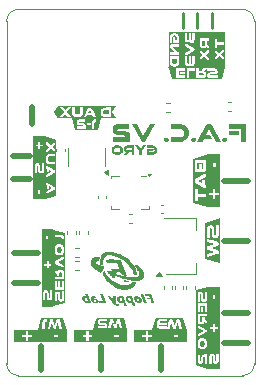
<source format=gbr>
%TF.GenerationSoftware,KiCad,Pcbnew,9.0.3-9.0.3-0~ubuntu24.04.1*%
%TF.CreationDate,2025-09-19T18:16:16+02:00*%
%TF.ProjectId,ant control board v2,616e7420-636f-46e7-9472-6f6c20626f61,2.0*%
%TF.SameCoordinates,Original*%
%TF.FileFunction,Legend,Bot*%
%TF.FilePolarity,Positive*%
%FSLAX46Y46*%
G04 Gerber Fmt 4.6, Leading zero omitted, Abs format (unit mm)*
G04 Created by KiCad (PCBNEW 9.0.3-9.0.3-0~ubuntu24.04.1) date 2025-09-19 18:16:16*
%MOMM*%
%LPD*%
G01*
G04 APERTURE LIST*
%ADD10C,0.000000*%
%ADD11C,0.250000*%
%ADD12C,0.500000*%
%ADD13C,0.120000*%
%ADD14C,0.510000*%
%TA.AperFunction,Profile*%
%ADD15C,0.050000*%
%TD*%
G04 APERTURE END LIST*
G36*
X113672564Y-111874667D02*
G01*
X114017436Y-111874667D01*
X114017436Y-114917949D01*
X113672564Y-114917949D01*
X113672564Y-111874667D01*
G37*
G36*
X115022564Y-111874667D02*
G01*
X115267436Y-111874667D01*
X115267436Y-114917949D01*
X115022564Y-114917949D01*
X115022564Y-111874667D01*
G37*
G36*
X116272564Y-111874667D02*
G01*
X116517436Y-111874667D01*
X116517436Y-114917949D01*
X116272564Y-114917949D01*
X116272564Y-111874667D01*
G37*
D10*
%TO.C,kibuzzard-68CD7CD9*%
G36*
X108518077Y-121506962D02*
G01*
X108598154Y-121527846D01*
X108670077Y-121562654D01*
X108733846Y-121611385D01*
X108786077Y-121671192D01*
X108823385Y-121739231D01*
X108845769Y-121815500D01*
X108853231Y-121900000D01*
X108845769Y-121984500D01*
X108823385Y-122060769D01*
X108786077Y-122128808D01*
X108733846Y-122188615D01*
X108670077Y-122237346D01*
X108598154Y-122272154D01*
X108518077Y-122293038D01*
X108444615Y-122298835D01*
X108429846Y-122300000D01*
X108314154Y-122300000D01*
X108225962Y-122293038D01*
X108146000Y-122272154D01*
X108074269Y-122237346D01*
X108010769Y-122188615D01*
X107958808Y-122128808D01*
X107921692Y-122060769D01*
X107899423Y-121984500D01*
X107892000Y-121900000D01*
X108106154Y-121900000D01*
X108119692Y-121977231D01*
X108160308Y-122039077D01*
X108222154Y-122079692D01*
X108299385Y-122093231D01*
X108444615Y-122093231D01*
X108522000Y-122079692D01*
X108584308Y-122039077D01*
X108625385Y-121977231D01*
X108639077Y-121900000D01*
X108625385Y-121821846D01*
X108584308Y-121759692D01*
X108522000Y-121719077D01*
X108444615Y-121705538D01*
X108299385Y-121705538D01*
X108222154Y-121719077D01*
X108160308Y-121759692D01*
X108119692Y-121821846D01*
X108106154Y-121900000D01*
X107892000Y-121900000D01*
X107899423Y-121815500D01*
X107921692Y-121739231D01*
X107958808Y-121671192D01*
X108010769Y-121611385D01*
X108074269Y-121562654D01*
X108146000Y-121527846D01*
X108225962Y-121506962D01*
X108314154Y-121500000D01*
X108429846Y-121500000D01*
X108518077Y-121506962D01*
G37*
G36*
X110347385Y-121818769D02*
G01*
X110573846Y-121500000D01*
X110826154Y-121500000D01*
X110459385Y-122018154D01*
X110459385Y-122300000D01*
X110244000Y-122300000D01*
X110244000Y-122018154D01*
X109878462Y-121500000D01*
X110119692Y-121500000D01*
X110347385Y-121818769D01*
G37*
G36*
X109808308Y-122300000D02*
G01*
X109594154Y-122300000D01*
X109594154Y-121705538D01*
X109256923Y-121705538D01*
X109184308Y-121733846D01*
X109156000Y-121807692D01*
X109184308Y-121881538D01*
X109256923Y-121909846D01*
X109532615Y-121909846D01*
X109532615Y-122096923D01*
X109343077Y-122096923D01*
X109183077Y-122300000D01*
X108902462Y-122300000D01*
X109104308Y-122064923D01*
X109036154Y-122019846D01*
X108984308Y-121958462D01*
X108951538Y-121883846D01*
X108940615Y-121799077D01*
X108950462Y-121716000D01*
X108980000Y-121644000D01*
X109029231Y-121583077D01*
X109093915Y-121536923D01*
X109169812Y-121509231D01*
X109256923Y-121500000D01*
X109808308Y-121500000D01*
X109808308Y-122300000D01*
G37*
G36*
X111412846Y-121506962D02*
G01*
X111492923Y-121527846D01*
X111564846Y-121562654D01*
X111628615Y-121611385D01*
X111680846Y-121671192D01*
X111718154Y-121739231D01*
X111740538Y-121815500D01*
X111748000Y-121900000D01*
X111740538Y-121984500D01*
X111718154Y-122060769D01*
X111680846Y-122128808D01*
X111628615Y-122188615D01*
X111564846Y-122237346D01*
X111492923Y-122272154D01*
X111412846Y-122293038D01*
X111324615Y-122300000D01*
X110896308Y-122300000D01*
X110896308Y-121812615D01*
X111360308Y-121812615D01*
X111360308Y-121983692D01*
X111100615Y-121983692D01*
X111100615Y-122093231D01*
X111339385Y-122093231D01*
X111416769Y-122079692D01*
X111479077Y-122039077D01*
X111520154Y-121977231D01*
X111533846Y-121900000D01*
X111520154Y-121821846D01*
X111479077Y-121759692D01*
X111416769Y-121719077D01*
X111339385Y-121705538D01*
X110896308Y-121705538D01*
X110896308Y-121500000D01*
X111324615Y-121500000D01*
X111412846Y-121506962D01*
G37*
%TO.C,G\u002A\u002A\u002A*%
G36*
X108233033Y-134575165D02*
G01*
X108233033Y-134858230D01*
X108279176Y-134899916D01*
X108280203Y-134900842D01*
X108327637Y-134936090D01*
X108371328Y-134951550D01*
X108416086Y-134948944D01*
X108417396Y-134948635D01*
X108453381Y-134941194D01*
X108473358Y-134942500D01*
X108483626Y-134955420D01*
X108490481Y-134982823D01*
X108491939Y-134989942D01*
X108499631Y-135026549D01*
X108505797Y-135054526D01*
X108506268Y-135072690D01*
X108491336Y-135085103D01*
X108471973Y-135087817D01*
X108436192Y-135090300D01*
X108393089Y-135091760D01*
X108363771Y-135091604D01*
X108302342Y-135085264D01*
X108247502Y-135068831D01*
X108195873Y-135040161D01*
X108144077Y-134997113D01*
X108088734Y-134937544D01*
X108026465Y-134859312D01*
X108025874Y-134858531D01*
X107969955Y-134785145D01*
X107903716Y-134698933D01*
X107831240Y-134605176D01*
X107756608Y-134509158D01*
X107683905Y-134416158D01*
X107680647Y-134412001D01*
X107647091Y-134368770D01*
X107619729Y-134332787D01*
X107601302Y-134307703D01*
X107594550Y-134297168D01*
X107596696Y-134296144D01*
X107615926Y-134294183D01*
X107650821Y-134292940D01*
X107696127Y-134292650D01*
X107797704Y-134293198D01*
X107885583Y-134417444D01*
X107885746Y-134417674D01*
X107922512Y-134470182D01*
X107957714Y-134521375D01*
X107987363Y-134565401D01*
X108007476Y-134596408D01*
X108021986Y-134618804D01*
X108039012Y-134642273D01*
X108048461Y-134651549D01*
X108050319Y-134648372D01*
X108050500Y-134628664D01*
X108046796Y-134596832D01*
X108044125Y-134577087D01*
X108039192Y-134531313D01*
X108034142Y-134475262D01*
X108029730Y-134416896D01*
X108021302Y-134292101D01*
X108127167Y-134292101D01*
X108233033Y-134292101D01*
X108233033Y-134575165D01*
G37*
G36*
X109747080Y-134653030D02*
G01*
X109780951Y-134740650D01*
X109813102Y-134822264D01*
X109840461Y-134889953D01*
X109852028Y-134918029D01*
X109874653Y-134973021D01*
X109893543Y-135019026D01*
X109906991Y-135051885D01*
X109913290Y-135067441D01*
X109911228Y-135074525D01*
X109895907Y-135078605D01*
X109864017Y-135079987D01*
X109812273Y-135079050D01*
X109705408Y-135075693D01*
X109652685Y-134936388D01*
X109649689Y-134928481D01*
X109629864Y-134876713D01*
X109613132Y-134833927D01*
X109601178Y-134804378D01*
X109595682Y-134792317D01*
X109588349Y-134793304D01*
X109571016Y-134805184D01*
X109534119Y-134827116D01*
X109479460Y-134843387D01*
X109417675Y-134849322D01*
X109404542Y-134848908D01*
X109335984Y-134833887D01*
X109270405Y-134799879D01*
X109210412Y-134750440D01*
X109158612Y-134689124D01*
X109117612Y-134619487D01*
X109090017Y-134545084D01*
X109081833Y-134491652D01*
X109291520Y-134491652D01*
X109292989Y-134536179D01*
X109308443Y-134584204D01*
X109336201Y-134630218D01*
X109374584Y-134668714D01*
X109413639Y-134691022D01*
X109454868Y-134698652D01*
X109489276Y-134688928D01*
X109512857Y-134663108D01*
X109521607Y-134622453D01*
X109520775Y-134611422D01*
X109512765Y-134575827D01*
X109498619Y-134533682D01*
X109481258Y-134492262D01*
X109463605Y-134458838D01*
X109448582Y-134440685D01*
X109440745Y-134436896D01*
X109408136Y-134431058D01*
X109368665Y-134432298D01*
X109332209Y-134439772D01*
X109308644Y-134452636D01*
X109305719Y-134456130D01*
X109291520Y-134491652D01*
X109081833Y-134491652D01*
X109078435Y-134469471D01*
X109085472Y-134396203D01*
X109103010Y-134353639D01*
X109133597Y-134321425D01*
X109178999Y-134299067D01*
X109241006Y-134285976D01*
X109321407Y-134281562D01*
X109421993Y-134285233D01*
X109462719Y-134287790D01*
X109517375Y-134291390D01*
X109558154Y-134296589D01*
X109588362Y-134306198D01*
X109611304Y-134323032D01*
X109630285Y-134349903D01*
X109648611Y-134389625D01*
X109669587Y-134445011D01*
X109696519Y-134518874D01*
X109714561Y-134567324D01*
X109735478Y-134622453D01*
X109747080Y-134653030D01*
G37*
G36*
X109036303Y-134675047D02*
G01*
X109067933Y-134755896D01*
X109098728Y-134833463D01*
X109127062Y-134903539D01*
X109151310Y-134961916D01*
X109164092Y-134992360D01*
X109180828Y-135033241D01*
X109192303Y-135062601D01*
X109196561Y-135075537D01*
X109193664Y-135077032D01*
X109173083Y-135079076D01*
X109137068Y-135079799D01*
X109090759Y-135079031D01*
X108984957Y-135075693D01*
X108962054Y-135011845D01*
X108957649Y-134999631D01*
X108942098Y-134957206D01*
X108924904Y-134911064D01*
X108908000Y-134866305D01*
X108893323Y-134828029D01*
X108882808Y-134801336D01*
X108878388Y-134791327D01*
X108872875Y-134793921D01*
X108851678Y-134804466D01*
X108820211Y-134820349D01*
X108778492Y-134837354D01*
X108706113Y-134848723D01*
X108634040Y-134838826D01*
X108564474Y-134808753D01*
X108499615Y-134759595D01*
X108441663Y-134692444D01*
X108392817Y-134608390D01*
X108371452Y-134551780D01*
X108360341Y-134494749D01*
X108572455Y-134494749D01*
X108575713Y-134539335D01*
X108591920Y-134587148D01*
X108619315Y-134632500D01*
X108656135Y-134669702D01*
X108693084Y-134690533D01*
X108733762Y-134698088D01*
X108768524Y-134689632D01*
X108792760Y-134666430D01*
X108801863Y-134629744D01*
X108801637Y-134623515D01*
X108795565Y-134587405D01*
X108783223Y-134544098D01*
X108767312Y-134501087D01*
X108750533Y-134465863D01*
X108735587Y-134445917D01*
X108726685Y-134440768D01*
X108692609Y-134432335D01*
X108651853Y-134431797D01*
X108614067Y-134438711D01*
X108588900Y-134452636D01*
X108583909Y-134459080D01*
X108572455Y-134494749D01*
X108360341Y-134494749D01*
X108358137Y-134483437D01*
X108358430Y-134420055D01*
X108372871Y-134368144D01*
X108387080Y-134346272D01*
X108426359Y-134314904D01*
X108483785Y-134293886D01*
X108560085Y-134283077D01*
X108655984Y-134282340D01*
X108772209Y-134291534D01*
X108902854Y-134306096D01*
X108923369Y-134371653D01*
X108933942Y-134403019D01*
X108952658Y-134454903D01*
X108977040Y-134520341D01*
X109005464Y-134595126D01*
X109018822Y-134629744D01*
X109036303Y-134675047D01*
G37*
G36*
X110467737Y-134714856D02*
G01*
X110443251Y-134768133D01*
X110399255Y-134809432D01*
X110336048Y-134838007D01*
X110328450Y-134840046D01*
X110279996Y-134846604D01*
X110220339Y-134847437D01*
X110158821Y-134842759D01*
X110104786Y-134832779D01*
X110030447Y-134805117D01*
X109953608Y-134757569D01*
X109888856Y-134696395D01*
X109838972Y-134624906D01*
X109806738Y-134546411D01*
X109800732Y-134504584D01*
X110009176Y-134504584D01*
X110012148Y-134525458D01*
X110027387Y-134567332D01*
X110051371Y-134612017D01*
X110079346Y-134651133D01*
X110106560Y-134676298D01*
X110135475Y-134689196D01*
X110176119Y-134697280D01*
X110213548Y-134695887D01*
X110239029Y-134684478D01*
X110250566Y-134659035D01*
X110250428Y-134620407D01*
X110239889Y-134575301D01*
X110220931Y-134529740D01*
X110195533Y-134489750D01*
X110165677Y-134461353D01*
X110155526Y-134455115D01*
X110108727Y-134436632D01*
X110066517Y-134435935D01*
X110033700Y-134453317D01*
X110017160Y-134476898D01*
X110009176Y-134504584D01*
X109800732Y-134504584D01*
X109794936Y-134464218D01*
X109798908Y-134418994D01*
X109820134Y-134365331D01*
X109859944Y-134325077D01*
X109918651Y-134297951D01*
X109996566Y-134283674D01*
X110013899Y-134282497D01*
X110105356Y-134288575D01*
X110194598Y-134313517D01*
X110277640Y-134354942D01*
X110350494Y-134410468D01*
X110409171Y-134477713D01*
X110449685Y-134554296D01*
X110456992Y-134575336D01*
X110472417Y-134650342D01*
X110471786Y-134659035D01*
X110467737Y-134714856D01*
G37*
G36*
X106435454Y-134291218D02*
G01*
X106489274Y-134299067D01*
X106529719Y-134306597D01*
X106556431Y-134315457D01*
X106574217Y-134328029D01*
X106587884Y-134346695D01*
X106602240Y-134373835D01*
X106613815Y-134397069D01*
X106626210Y-134423196D01*
X106631022Y-134435228D01*
X106630133Y-134435660D01*
X106614334Y-134433892D01*
X106582863Y-134427768D01*
X106541054Y-134418292D01*
X106498255Y-134408880D01*
X106431039Y-134398695D01*
X106381650Y-134398182D01*
X106351200Y-134407299D01*
X106340803Y-134426002D01*
X106349051Y-134445573D01*
X106376957Y-134467598D01*
X106420905Y-134486936D01*
X106477067Y-134501466D01*
X106534109Y-134513667D01*
X106630562Y-134543461D01*
X106706285Y-134580792D01*
X106760882Y-134625379D01*
X106793956Y-134676938D01*
X106805110Y-134735187D01*
X106804847Y-134751019D01*
X106799137Y-134790014D01*
X106783360Y-134815066D01*
X106754079Y-134832746D01*
X106728864Y-134839974D01*
X106686501Y-134846271D01*
X106640027Y-134848868D01*
X106621113Y-134848935D01*
X106586758Y-134847820D01*
X106566581Y-134842881D01*
X106554105Y-134831634D01*
X106542855Y-134811594D01*
X106541878Y-134809683D01*
X106523597Y-134778114D01*
X106506199Y-134753846D01*
X106504418Y-134751796D01*
X106496613Y-134739868D01*
X106504273Y-134735354D01*
X106531241Y-134735427D01*
X106536428Y-134735531D01*
X106567106Y-134732489D01*
X106586165Y-134724691D01*
X106586181Y-134724675D01*
X106593539Y-134703070D01*
X106584123Y-134676976D01*
X106560786Y-134654303D01*
X106538212Y-134643052D01*
X106504840Y-134630146D01*
X106467918Y-134618077D01*
X106433745Y-134608732D01*
X106408621Y-134604000D01*
X106398847Y-134605768D01*
X106401017Y-134613944D01*
X106410406Y-134640308D01*
X106425512Y-134679602D01*
X106444468Y-134726868D01*
X106490090Y-134838563D01*
X106385726Y-134835236D01*
X106281362Y-134831909D01*
X106217617Y-134669386D01*
X106191858Y-134603507D01*
X106163914Y-134531098D01*
X106143132Y-134475486D01*
X106128634Y-134433950D01*
X106119543Y-134403768D01*
X106114980Y-134382217D01*
X106114068Y-134366575D01*
X106115928Y-134354122D01*
X106124591Y-134335828D01*
X106155454Y-134310560D01*
X106204488Y-134292970D01*
X106269178Y-134283552D01*
X106347005Y-134282803D01*
X106435454Y-134291218D01*
G37*
G36*
X106088908Y-134659496D02*
G01*
X106112276Y-134717534D01*
X106131514Y-134765801D01*
X106145067Y-134800391D01*
X106151380Y-134817398D01*
X106152689Y-134823397D01*
X106149360Y-134831008D01*
X106135218Y-134835333D01*
X106106129Y-134837268D01*
X106057963Y-134837714D01*
X106012960Y-134837451D01*
X105981657Y-134835750D01*
X105964151Y-134831277D01*
X105955527Y-134822702D01*
X105950871Y-134808692D01*
X105941813Y-134784975D01*
X105930123Y-134782992D01*
X105913639Y-134803421D01*
X105900226Y-134819141D01*
X105873118Y-134837512D01*
X105841453Y-134845870D01*
X105784138Y-134848533D01*
X105722259Y-134840303D01*
X105664923Y-134821865D01*
X105653434Y-134816429D01*
X105581784Y-134769116D01*
X105518382Y-134704954D01*
X105466877Y-134629155D01*
X105430917Y-134546935D01*
X105422732Y-134506207D01*
X105632667Y-134506207D01*
X105633905Y-134519544D01*
X105647244Y-134561496D01*
X105671289Y-134607071D01*
X105701120Y-134647868D01*
X105731814Y-134675482D01*
X105735984Y-134677979D01*
X105766664Y-134692486D01*
X105791075Y-134698408D01*
X105796511Y-134698149D01*
X105829163Y-134686656D01*
X105854595Y-134663113D01*
X105864843Y-134634430D01*
X105861396Y-134610123D01*
X105851187Y-134572440D01*
X105836715Y-134529908D01*
X105820520Y-134489353D01*
X105805138Y-134457602D01*
X105793108Y-134441483D01*
X105786960Y-134438845D01*
X105760036Y-134433707D01*
X105724435Y-134431584D01*
X105712101Y-134431893D01*
X105667760Y-134442048D01*
X105641388Y-134466733D01*
X105632667Y-134506207D01*
X105422732Y-134506207D01*
X105414151Y-134463508D01*
X105413684Y-134406701D01*
X105424149Y-134358502D01*
X105448255Y-134324182D01*
X105488155Y-134301921D01*
X105546006Y-134289900D01*
X105623962Y-134286297D01*
X105655070Y-134286155D01*
X105697351Y-134285417D01*
X105726370Y-134284189D01*
X105737148Y-134282634D01*
X105736657Y-134281001D01*
X105729477Y-134263885D01*
X105715518Y-134232573D01*
X105697080Y-134192252D01*
X105657014Y-134105534D01*
X105767620Y-134108849D01*
X105878226Y-134112165D01*
X105933636Y-134263079D01*
X105943973Y-134290943D01*
X105971441Y-134363287D01*
X106003208Y-134445235D01*
X106036119Y-134528686D01*
X106067018Y-134605538D01*
X106078739Y-134634430D01*
X106088908Y-134659496D01*
G37*
G36*
X110973719Y-134109057D02*
G01*
X111253344Y-134112165D01*
X111314196Y-134280492D01*
X111314884Y-134282392D01*
X111339090Y-134347890D01*
X111369155Y-134427193D01*
X111402762Y-134514370D01*
X111437593Y-134603489D01*
X111471331Y-134688622D01*
X111501659Y-134763837D01*
X111526259Y-134823203D01*
X111526316Y-134823340D01*
X111523360Y-134830203D01*
X111505942Y-134834631D01*
X111471156Y-134837007D01*
X111416094Y-134837714D01*
X111299780Y-134837714D01*
X111270252Y-134759354D01*
X111254633Y-134717740D01*
X111233843Y-134661999D01*
X111216164Y-134614245D01*
X111191603Y-134547494D01*
X111050052Y-134547494D01*
X110908501Y-134547494D01*
X110886870Y-134486548D01*
X110878018Y-134461698D01*
X110866486Y-134429620D01*
X110859685Y-134411091D01*
X110859339Y-134408662D01*
X110866722Y-134402905D01*
X110888908Y-134399182D01*
X110928694Y-134397178D01*
X110988875Y-134396580D01*
X111039677Y-134395872D01*
X111083270Y-134393831D01*
X111112771Y-134390780D01*
X111123618Y-134387039D01*
X111122587Y-134380870D01*
X111115957Y-134356821D01*
X111105217Y-134323496D01*
X111086817Y-134269493D01*
X110918400Y-134266286D01*
X110749982Y-134263079D01*
X110722038Y-134194357D01*
X110708856Y-134160768D01*
X110698186Y-134130970D01*
X110694093Y-134115791D01*
X110699646Y-134113902D01*
X110725148Y-134111642D01*
X110768472Y-134109950D01*
X110826453Y-134108905D01*
X110895923Y-134108582D01*
X110973719Y-134109057D01*
G37*
G36*
X110641771Y-134254373D02*
G01*
X110658585Y-134298925D01*
X110686447Y-134371439D01*
X110718233Y-134453078D01*
X110751198Y-134536800D01*
X110782594Y-134615560D01*
X110786879Y-134626233D01*
X110812668Y-134690743D01*
X110835008Y-134747079D01*
X110852588Y-134791904D01*
X110864097Y-134821877D01*
X110868225Y-134833661D01*
X110865164Y-134834735D01*
X110844308Y-134836010D01*
X110808057Y-134836207D01*
X110761531Y-134835247D01*
X110654838Y-134831909D01*
X110592969Y-134669386D01*
X110581389Y-134639072D01*
X110551781Y-134562306D01*
X110519855Y-134480377D01*
X110487381Y-134397761D01*
X110456131Y-134318930D01*
X110427873Y-134248359D01*
X110404379Y-134190523D01*
X110387419Y-134149894D01*
X110368736Y-134106361D01*
X110477657Y-134106361D01*
X110586577Y-134106361D01*
X110641771Y-134254373D01*
G37*
G36*
X107183979Y-134138285D02*
G01*
X107188696Y-134154138D01*
X107201968Y-134192488D01*
X107221551Y-134245762D01*
X107245938Y-134310109D01*
X107273625Y-134381680D01*
X107303104Y-134456624D01*
X107332869Y-134531091D01*
X107361415Y-134601229D01*
X107387235Y-134663189D01*
X107408824Y-134713119D01*
X107464443Y-134838114D01*
X107179239Y-134835012D01*
X106894034Y-134831909D01*
X106863108Y-134756452D01*
X106832182Y-134680995D01*
X106981377Y-134685068D01*
X106988289Y-134685249D01*
X107045292Y-134686194D01*
X107094049Y-134686071D01*
X107129573Y-134684945D01*
X107146881Y-134682882D01*
X107149355Y-134676153D01*
X107144739Y-134648893D01*
X107130380Y-134600875D01*
X107106258Y-134532044D01*
X107072353Y-134442346D01*
X107028648Y-134331726D01*
X106975122Y-134200132D01*
X106974718Y-134199148D01*
X106959460Y-134160692D01*
X106948597Y-134130835D01*
X106944459Y-134115968D01*
X106949438Y-134113187D01*
X106973045Y-134109667D01*
X107011647Y-134107255D01*
X107060326Y-134106361D01*
X107176192Y-134106361D01*
X107183979Y-134138285D01*
G37*
G36*
X107304471Y-132184916D02*
G01*
X107325802Y-132206996D01*
X107350225Y-132249706D01*
X107426662Y-132382760D01*
X107537267Y-132535679D01*
X107668580Y-132682622D01*
X107819429Y-132822516D01*
X107988644Y-132954289D01*
X108175051Y-133076871D01*
X108377478Y-133189189D01*
X108519031Y-133255176D01*
X108685148Y-133315978D01*
X108843654Y-133354905D01*
X108994622Y-133371963D01*
X109138123Y-133367160D01*
X109274229Y-133340502D01*
X109403012Y-133291998D01*
X109431899Y-133276047D01*
X109487416Y-133236943D01*
X109547414Y-133186301D01*
X109606453Y-133128851D01*
X109659091Y-133069324D01*
X109682901Y-133047221D01*
X109703696Y-133043378D01*
X109720515Y-133046511D01*
X109755846Y-133050348D01*
X109804003Y-133054249D01*
X109859663Y-133057724D01*
X109859964Y-133057740D01*
X109919250Y-133061358D01*
X109958998Y-133065117D01*
X109982862Y-133069722D01*
X109994500Y-133075876D01*
X109997567Y-133084284D01*
X109996343Y-133092798D01*
X109985864Y-133123479D01*
X109966887Y-133166156D01*
X109942111Y-133215578D01*
X109914238Y-133266492D01*
X109885968Y-133313646D01*
X109860003Y-133351790D01*
X109837474Y-133379683D01*
X109778015Y-133441817D01*
X109708191Y-133503614D01*
X109635465Y-133558727D01*
X109567302Y-133600805D01*
X109511261Y-133627460D01*
X109436640Y-133657586D01*
X109357412Y-133685274D01*
X109281909Y-133707636D01*
X109218463Y-133721781D01*
X109209198Y-133723229D01*
X109137884Y-133730361D01*
X109052080Y-133733730D01*
X108959054Y-133733472D01*
X108866076Y-133729721D01*
X108780415Y-133722613D01*
X108709342Y-133712284D01*
X108616121Y-133691460D01*
X108426346Y-133632001D01*
X108240807Y-133551267D01*
X108061066Y-133450509D01*
X107888688Y-133330981D01*
X107725235Y-133193937D01*
X107572271Y-133040629D01*
X107431359Y-132872312D01*
X107304062Y-132690239D01*
X107191943Y-132495663D01*
X107169821Y-132451761D01*
X107149275Y-132408111D01*
X107135335Y-132375069D01*
X107130199Y-132357553D01*
X107130202Y-132357315D01*
X107137907Y-132336941D01*
X107157551Y-132305867D01*
X107184827Y-132269797D01*
X107215427Y-132234434D01*
X107245045Y-132205482D01*
X107256191Y-132196382D01*
X107282508Y-132181900D01*
X107304471Y-132184916D01*
G37*
G36*
X108964207Y-132903067D02*
G01*
X109002436Y-132910372D01*
X109038231Y-132918146D01*
X109092778Y-132929877D01*
X109155497Y-132943280D01*
X109218732Y-132956716D01*
X109271100Y-132968209D01*
X109318110Y-132980077D01*
X109349363Y-132990692D01*
X109368810Y-133001449D01*
X109380400Y-133013740D01*
X109387231Y-133024651D01*
X109391668Y-133040157D01*
X109381447Y-133050736D01*
X109373577Y-133052981D01*
X109344646Y-133056272D01*
X109299517Y-133058923D01*
X109242536Y-133060706D01*
X109178045Y-133061393D01*
X109108289Y-133061201D01*
X109056382Y-133060218D01*
X109020562Y-133058087D01*
X108997226Y-133054452D01*
X108982771Y-133048960D01*
X108973593Y-133041256D01*
X108969689Y-133036067D01*
X108956079Y-133010827D01*
X108942147Y-132977363D01*
X108930463Y-132942975D01*
X108923594Y-132914964D01*
X108924111Y-132900628D01*
X108935807Y-132899651D01*
X108964207Y-132903067D01*
G37*
G36*
X109913307Y-131610799D02*
G01*
X109976784Y-131633125D01*
X110038345Y-131658048D01*
X110182267Y-131727972D01*
X110305674Y-131806710D01*
X110409568Y-131895065D01*
X110494952Y-131993842D01*
X110562826Y-132103847D01*
X110570344Y-132118657D01*
X110613331Y-132212730D01*
X110641498Y-132296530D01*
X110655945Y-132375716D01*
X110657769Y-132455944D01*
X110648070Y-132542875D01*
X110642378Y-132571082D01*
X110609770Y-132661553D01*
X110558451Y-132746084D01*
X110491841Y-132821255D01*
X110413359Y-132883649D01*
X110326423Y-132929847D01*
X110234452Y-132956430D01*
X110198981Y-132960596D01*
X110138784Y-132964260D01*
X110064047Y-132966464D01*
X109979487Y-132967246D01*
X109889824Y-132966643D01*
X109799777Y-132964693D01*
X109714064Y-132961435D01*
X109637404Y-132956905D01*
X109574517Y-132951143D01*
X109441357Y-132932337D01*
X109263744Y-132899158D01*
X109075065Y-132856065D01*
X108880093Y-132804338D01*
X108683602Y-132745260D01*
X108490366Y-132680114D01*
X108305158Y-132610181D01*
X108278917Y-132600020D01*
X108249514Y-132589635D01*
X108234251Y-132585611D01*
X108228698Y-132591163D01*
X108214763Y-132613946D01*
X108195634Y-132650265D01*
X108173735Y-132695709D01*
X108165813Y-132712529D01*
X108139475Y-132763479D01*
X108118712Y-132795084D01*
X108104375Y-132805992D01*
X108096520Y-132801712D01*
X108073721Y-132782790D01*
X108039230Y-132750867D01*
X107995448Y-132708245D01*
X107944779Y-132657229D01*
X107889627Y-132600122D01*
X107863440Y-132572644D01*
X107801170Y-132507294D01*
X107739611Y-132442682D01*
X107682589Y-132382825D01*
X107633932Y-132331740D01*
X107597467Y-132293444D01*
X107560356Y-132253685D01*
X107529904Y-132219580D01*
X107509357Y-132194863D01*
X107501858Y-132183160D01*
X107501929Y-132180366D01*
X107503217Y-132169904D01*
X107507750Y-132161551D01*
X107517747Y-132155132D01*
X107535428Y-132150472D01*
X107563009Y-132147397D01*
X107602710Y-132145733D01*
X107656749Y-132145305D01*
X107727344Y-132145937D01*
X107816713Y-132147456D01*
X107927076Y-132149687D01*
X108007337Y-132151532D01*
X108096133Y-132154012D01*
X108175289Y-132156696D01*
X108242091Y-132159471D01*
X108293824Y-132162221D01*
X108327773Y-132164832D01*
X108341223Y-132167189D01*
X108342459Y-132176169D01*
X108338688Y-132203795D01*
X108329665Y-132244741D01*
X108316374Y-132293979D01*
X108305729Y-132332023D01*
X108295217Y-132374228D01*
X108289437Y-132403818D01*
X108289445Y-132416008D01*
X108308687Y-132423735D01*
X108346703Y-132435878D01*
X108399065Y-132451140D01*
X108461598Y-132468369D01*
X108530126Y-132486417D01*
X108600472Y-132504134D01*
X108668462Y-132520369D01*
X108767556Y-132542822D01*
X108923981Y-132575951D01*
X109065561Y-132602410D01*
X109196791Y-132622780D01*
X109322167Y-132637645D01*
X109446183Y-132647586D01*
X109573335Y-132653185D01*
X109708118Y-132655026D01*
X109761459Y-132654835D01*
X109864234Y-132652387D01*
X109948006Y-132646606D01*
X110015596Y-132636834D01*
X110069825Y-132622414D01*
X110113511Y-132602684D01*
X110149477Y-132576987D01*
X110180543Y-132544664D01*
X110208486Y-132502849D01*
X110233971Y-132432403D01*
X110240517Y-132355079D01*
X110228683Y-132273950D01*
X110199026Y-132192088D01*
X110152106Y-132112562D01*
X110088482Y-132038446D01*
X110055755Y-132000842D01*
X110012528Y-131937678D01*
X109967581Y-131858510D01*
X109941998Y-131810620D01*
X109912861Y-131758135D01*
X109887102Y-131713780D01*
X109868294Y-131683840D01*
X109845012Y-131645752D01*
X109835715Y-131617688D01*
X109843509Y-131602737D01*
X109869127Y-131600555D01*
X109913307Y-131610799D01*
G37*
G36*
X107888456Y-131175542D02*
G01*
X108025233Y-131175805D01*
X108059611Y-131175894D01*
X108174205Y-131176388D01*
X108281619Y-131177147D01*
X108379560Y-131178135D01*
X108465739Y-131179318D01*
X108537865Y-131180660D01*
X108593645Y-131182126D01*
X108630790Y-131183682D01*
X108647008Y-131185293D01*
X108662692Y-131192715D01*
X108678910Y-131207689D01*
X108695105Y-131232617D01*
X108712914Y-131270580D01*
X108733973Y-131324661D01*
X108759920Y-131397941D01*
X108763957Y-131409603D01*
X108788968Y-131480538D01*
X108818336Y-131562175D01*
X108848731Y-131645314D01*
X108876821Y-131720757D01*
X108890220Y-131756349D01*
X108920618Y-131837286D01*
X108954218Y-131926946D01*
X108987800Y-132016730D01*
X109018144Y-132098043D01*
X109041455Y-132160465D01*
X109064317Y-132221394D01*
X109083679Y-132272692D01*
X109098012Y-132310316D01*
X109105791Y-132330218D01*
X109113968Y-132350359D01*
X109135253Y-132405535D01*
X109153608Y-132456882D01*
X109167572Y-132499982D01*
X109175683Y-132530420D01*
X109176479Y-132543780D01*
X109167720Y-132548228D01*
X109144713Y-132550283D01*
X109106608Y-132547579D01*
X109050910Y-132539909D01*
X108975123Y-132527065D01*
X108929260Y-132518729D01*
X108860422Y-132505376D01*
X108810966Y-132494281D01*
X108778547Y-132484817D01*
X108760817Y-132476356D01*
X108755428Y-132468269D01*
X108755126Y-132465998D01*
X108748891Y-132445714D01*
X108736246Y-132411624D01*
X108719379Y-132369708D01*
X108703522Y-132334237D01*
X108677528Y-132291352D01*
X108647610Y-132265318D01*
X108608705Y-132252399D01*
X108555753Y-132248856D01*
X108538333Y-132248602D01*
X108484838Y-132246073D01*
X108435770Y-132241729D01*
X108405581Y-132237647D01*
X108386408Y-132231502D01*
X108380235Y-132219778D01*
X108381587Y-132198061D01*
X108379766Y-132166519D01*
X108360502Y-132138438D01*
X108358720Y-132136863D01*
X108348109Y-132129486D01*
X108333582Y-132123842D01*
X108311924Y-132119589D01*
X108279918Y-132116385D01*
X108234346Y-132113889D01*
X108171992Y-132111758D01*
X108089639Y-132109651D01*
X107844139Y-132103847D01*
X107828439Y-132054230D01*
X107822994Y-132036845D01*
X107818090Y-132016755D01*
X107818420Y-132001181D01*
X107826232Y-131989547D01*
X107843772Y-131981275D01*
X107873290Y-131975789D01*
X107917034Y-131972513D01*
X107977250Y-131970870D01*
X108056188Y-131970283D01*
X108156095Y-131970175D01*
X108233816Y-131970000D01*
X108321221Y-131969179D01*
X108389548Y-131967381D01*
X108441183Y-131964268D01*
X108478511Y-131959507D01*
X108503918Y-131952763D01*
X108519787Y-131943699D01*
X108528505Y-131931981D01*
X108532457Y-131917273D01*
X108532122Y-131907806D01*
X108525147Y-131876105D01*
X108511332Y-131830074D01*
X108492390Y-131774204D01*
X108470033Y-131712984D01*
X108445976Y-131650904D01*
X108421932Y-131592452D01*
X108399613Y-131542118D01*
X108380734Y-131504391D01*
X108367008Y-131483761D01*
X108337020Y-131453756D01*
X107917848Y-131447951D01*
X107498677Y-131442147D01*
X107479863Y-131414134D01*
X107467790Y-131392769D01*
X107450580Y-131356954D01*
X107432125Y-131314955D01*
X107415277Y-131273538D01*
X107402887Y-131239467D01*
X107397809Y-131219507D01*
X107397682Y-131214524D01*
X107398739Y-131205493D01*
X107403068Y-131197938D01*
X107412483Y-131191734D01*
X107428796Y-131186753D01*
X107453821Y-131182869D01*
X107489370Y-131179957D01*
X107537258Y-131177890D01*
X107599298Y-131176541D01*
X107677302Y-131175784D01*
X107773084Y-131175493D01*
X107888456Y-131175542D01*
G37*
G36*
X107747179Y-130510429D02*
G01*
X107832891Y-130516449D01*
X107908844Y-130526288D01*
X108037838Y-130551470D01*
X108244712Y-130604505D01*
X108450819Y-130672100D01*
X108652498Y-130752606D01*
X108846085Y-130844375D01*
X109027918Y-130945761D01*
X109194334Y-131055116D01*
X109341671Y-131170792D01*
X109452193Y-131275434D01*
X109562331Y-131397431D01*
X109667215Y-131530934D01*
X109764790Y-131672530D01*
X109853000Y-131818808D01*
X109929791Y-131966352D01*
X109993108Y-132111751D01*
X110040897Y-132251590D01*
X110071102Y-132382458D01*
X110074063Y-132400681D01*
X110080920Y-132451460D01*
X110081435Y-132484697D01*
X110074527Y-132504395D01*
X110059111Y-132514555D01*
X110034106Y-132519182D01*
X110028220Y-132519741D01*
X109992214Y-132522079D01*
X109943872Y-132524169D01*
X109891951Y-132525616D01*
X109792139Y-132527567D01*
X109765910Y-132420186D01*
X109741117Y-132330307D01*
X109675656Y-132152730D01*
X109590657Y-131980881D01*
X109488508Y-131819927D01*
X109412349Y-131719392D01*
X109263420Y-131550585D01*
X109098778Y-131395325D01*
X108920747Y-131255214D01*
X108731651Y-131131850D01*
X108533814Y-131026836D01*
X108329559Y-130941770D01*
X108121210Y-130878254D01*
X108005171Y-130851614D01*
X107861802Y-130826140D01*
X107735363Y-130813012D01*
X107626520Y-130812262D01*
X107535936Y-130823919D01*
X107464273Y-130848014D01*
X107419320Y-130874086D01*
X107351031Y-130933764D01*
X107293852Y-131012687D01*
X107247401Y-131111430D01*
X107211300Y-131230567D01*
X107209525Y-131238122D01*
X107199467Y-131290301D01*
X107192944Y-131346679D01*
X107189411Y-131413571D01*
X107188325Y-131497289D01*
X107188163Y-131525954D01*
X107186893Y-131582256D01*
X107184569Y-131627482D01*
X107181440Y-131657585D01*
X107177757Y-131668518D01*
X107172197Y-131668063D01*
X107146930Y-131664037D01*
X107108985Y-131656871D01*
X107064275Y-131647813D01*
X107018716Y-131638108D01*
X106978222Y-131629003D01*
X106948707Y-131621745D01*
X106936086Y-131617580D01*
X106934596Y-131608567D01*
X106933018Y-131579552D01*
X106931795Y-131534370D01*
X106931026Y-131476896D01*
X106930810Y-131411001D01*
X106931228Y-131364177D01*
X106939233Y-131201651D01*
X106957846Y-131058842D01*
X106987647Y-130934729D01*
X107029218Y-130828286D01*
X107083141Y-130738491D01*
X107149998Y-130664319D01*
X107230369Y-130604748D01*
X107324837Y-130558753D01*
X107433982Y-130525312D01*
X107436182Y-130524802D01*
X107496210Y-130515414D01*
X107572366Y-130509898D01*
X107658180Y-130508240D01*
X107747179Y-130510429D01*
G37*
G36*
X106758224Y-130979565D02*
G01*
X106879621Y-130989405D01*
X106875985Y-131047449D01*
X106875225Y-131059445D01*
X106872322Y-131104128D01*
X106868667Y-131159319D01*
X106864872Y-131215776D01*
X106857393Y-131326059D01*
X106751904Y-131333489D01*
X106680922Y-131341162D01*
X106623041Y-131355024D01*
X106582572Y-131376106D01*
X106556700Y-131405920D01*
X106542609Y-131445980D01*
X106540685Y-131461326D01*
X106543817Y-131483033D01*
X106556344Y-131503085D01*
X106580427Y-131522803D01*
X106618227Y-131543504D01*
X106671903Y-131566506D01*
X106743618Y-131593128D01*
X106835530Y-131624687D01*
X106839866Y-131626140D01*
X106917180Y-131651486D01*
X106994276Y-131675815D01*
X107065724Y-131697479D01*
X107126095Y-131714830D01*
X107169960Y-131726220D01*
X107192039Y-131731558D01*
X107236923Y-131743743D01*
X107271253Y-131754876D01*
X107288950Y-131763075D01*
X107301029Y-131783524D01*
X107303495Y-131813269D01*
X107293779Y-131837426D01*
X107285818Y-131848661D01*
X107267546Y-131876935D01*
X107241353Y-131918614D01*
X107209364Y-131970311D01*
X107173707Y-132028640D01*
X107143629Y-132078058D01*
X107107315Y-132137545D01*
X107075025Y-132190256D01*
X107049429Y-132231832D01*
X107033199Y-132257913D01*
X107013050Y-132285406D01*
X106990865Y-132302386D01*
X106964567Y-132306243D01*
X106930679Y-132296598D01*
X106885725Y-132273070D01*
X106826230Y-132235279D01*
X106738345Y-132174288D01*
X106617030Y-132080809D01*
X106504499Y-131983157D01*
X106403307Y-131883890D01*
X106316010Y-131785564D01*
X106245164Y-131690737D01*
X106193322Y-131601965D01*
X106178878Y-131572035D01*
X106164668Y-131539207D01*
X106155930Y-131510172D01*
X106151337Y-131478177D01*
X106149556Y-131436470D01*
X106149258Y-131378299D01*
X106149276Y-131362328D01*
X106150023Y-131307287D01*
X106152607Y-131267707D01*
X106158044Y-131237322D01*
X106167349Y-131209868D01*
X106181538Y-131179077D01*
X106217010Y-131118731D01*
X106272408Y-131057812D01*
X106339367Y-131015774D01*
X106371638Y-131004504D01*
X106432307Y-130991580D01*
X106506711Y-130982156D01*
X106589438Y-130976701D01*
X106675080Y-130975681D01*
X106758224Y-130979565D01*
G37*
%TO.C,kibuzzard-68CD7AD1*%
G36*
X117634231Y-120895385D02*
G01*
X117687308Y-121022308D01*
X117634231Y-121151538D01*
X117498077Y-121200000D01*
X117445000Y-121200000D01*
X117308846Y-121151538D01*
X117255769Y-121022308D01*
X117308846Y-120895385D01*
X117445000Y-120846923D01*
X117498077Y-120846923D01*
X117634231Y-120895385D01*
G37*
G36*
X112695769Y-120895385D02*
G01*
X112748846Y-121022308D01*
X112695769Y-121151538D01*
X112559615Y-121200000D01*
X112506538Y-121200000D01*
X112370385Y-121151538D01*
X112317308Y-121022308D01*
X112370385Y-120895385D01*
X112506538Y-120846923D01*
X112559615Y-120846923D01*
X112695769Y-120895385D01*
G37*
G36*
X115001154Y-120895385D02*
G01*
X115054231Y-121022308D01*
X115001154Y-121151538D01*
X114865000Y-121200000D01*
X114811923Y-121200000D01*
X114675769Y-121151538D01*
X114622692Y-121022308D01*
X114675769Y-120895385D01*
X114811923Y-120846923D01*
X114865000Y-120846923D01*
X115001154Y-120895385D01*
G37*
G36*
X118725769Y-120627692D02*
G01*
X117878846Y-120627692D01*
X117878846Y-120288462D01*
X118725769Y-120288462D01*
X118725769Y-120627692D01*
G37*
G36*
X119263462Y-121200000D02*
G01*
X118859615Y-121200000D01*
X118859615Y-120085385D01*
X117865000Y-120085385D01*
X117865000Y-119700000D01*
X119263462Y-119700000D01*
X119263462Y-121200000D01*
G37*
G36*
X109393462Y-120085385D02*
G01*
X108475000Y-120085385D01*
X108408077Y-120111923D01*
X108382692Y-120184615D01*
X108408077Y-120258462D01*
X108475000Y-120286154D01*
X108985000Y-120286154D01*
X109116795Y-120299872D01*
X109232179Y-120341026D01*
X109331154Y-120409615D01*
X109433269Y-120551827D01*
X109467308Y-120731538D01*
X109467308Y-121200000D01*
X107999615Y-121200000D01*
X107999615Y-120812308D01*
X109063462Y-120812308D01*
X109063462Y-120699231D01*
X108971154Y-120606923D01*
X108458846Y-120606923D01*
X108325897Y-120593077D01*
X108210128Y-120551538D01*
X108111538Y-120482308D01*
X108036538Y-120390513D01*
X107991538Y-120281282D01*
X107976538Y-120154615D01*
X107991538Y-120028974D01*
X108036538Y-119919744D01*
X108111538Y-119826923D01*
X108210128Y-119756410D01*
X108325897Y-119714103D01*
X108458846Y-119700000D01*
X109393462Y-119700000D01*
X109393462Y-120085385D01*
G37*
G36*
X113832740Y-119713053D02*
G01*
X113982885Y-119752212D01*
X114117740Y-119817476D01*
X114237308Y-119908846D01*
X114335240Y-120020986D01*
X114405192Y-120148558D01*
X114447163Y-120291563D01*
X114461154Y-120450000D01*
X114447163Y-120608437D01*
X114405192Y-120751442D01*
X114335240Y-120879014D01*
X114237308Y-120991154D01*
X114117740Y-121082524D01*
X113982885Y-121147788D01*
X113832740Y-121186947D01*
X113667308Y-121200000D01*
X112933462Y-121200000D01*
X112933462Y-120812308D01*
X113695000Y-120812308D01*
X113840096Y-120786923D01*
X113956923Y-120710769D01*
X114033942Y-120594808D01*
X114059615Y-120450000D01*
X114033942Y-120303462D01*
X113956923Y-120186923D01*
X113840096Y-120110769D01*
X113695000Y-120085385D01*
X112933462Y-120085385D01*
X112933462Y-119700000D01*
X113667308Y-119700000D01*
X113832740Y-119713053D01*
G37*
G36*
X110595769Y-120715385D02*
G01*
X111133462Y-119700000D01*
X111588077Y-119700000D01*
X110821923Y-121089231D01*
X110748077Y-121172308D01*
X110641923Y-121200000D01*
X110549615Y-121200000D01*
X110446346Y-121172308D01*
X110371923Y-121089231D01*
X109603462Y-119700000D01*
X110058077Y-119700000D01*
X110595769Y-120715385D01*
G37*
G36*
X116305000Y-119727692D02*
G01*
X116381154Y-119810769D01*
X117147308Y-121200000D01*
X116701923Y-121200000D01*
X116152692Y-120166154D01*
X115896538Y-120648462D01*
X116258846Y-120648462D01*
X116429615Y-120969231D01*
X115725769Y-120969231D01*
X115601154Y-121200000D01*
X115162692Y-121200000D01*
X115928846Y-119810769D01*
X116005000Y-119727692D01*
X116108846Y-119700000D01*
X116201154Y-119700000D01*
X116305000Y-119727692D01*
G37*
%TO.C,kibuzzard-68CD7A1F*%
G36*
X114130462Y-114897436D02*
G01*
X114960000Y-114897436D01*
X115958154Y-114897436D01*
X116621538Y-114897436D01*
X116878769Y-114897436D01*
X117237744Y-114897436D01*
X117539282Y-114897436D01*
X117237744Y-115902564D01*
X116878769Y-115902564D01*
X113361231Y-115902564D01*
X113002256Y-115902564D01*
X112731487Y-115000000D01*
X113361231Y-115000000D01*
X113361231Y-115800000D01*
X114129231Y-115800000D01*
X114129231Y-115594462D01*
X113576615Y-115594462D01*
X113576615Y-115316308D01*
X113648000Y-115316308D01*
X113648000Y-115487385D01*
X114120615Y-115487385D01*
X114120615Y-115316308D01*
X113648000Y-115316308D01*
X113576615Y-115316308D01*
X113576615Y-115206769D01*
X114120615Y-115206769D01*
X114130462Y-115206769D01*
X114130462Y-115000000D01*
X114256000Y-115000000D01*
X114256000Y-115800000D01*
X114472615Y-115800000D01*
X115052308Y-115800000D01*
X115603692Y-115800000D01*
X115690803Y-115790769D01*
X115766701Y-115763077D01*
X115831385Y-115716923D01*
X115880615Y-115656000D01*
X115910154Y-115584000D01*
X115913290Y-115557538D01*
X116003692Y-115557538D01*
X116011692Y-115625162D01*
X116035692Y-115683624D01*
X116075692Y-115732923D01*
X116128137Y-115770188D01*
X116189470Y-115792547D01*
X116259692Y-115800000D01*
X116867692Y-115800000D01*
X116867692Y-115594462D01*
X116269538Y-115594462D01*
X116232000Y-115580923D01*
X116217846Y-115541538D01*
X116232000Y-115502154D01*
X116269538Y-115487385D01*
X116621538Y-115487385D01*
X116692444Y-115479863D01*
X116754188Y-115457299D01*
X116806769Y-115419692D01*
X116846769Y-115370188D01*
X116870769Y-115311932D01*
X116878769Y-115244923D01*
X116870769Y-115176547D01*
X116846769Y-115117470D01*
X116806769Y-115067692D01*
X116754188Y-115030085D01*
X116692444Y-115007521D01*
X116621538Y-115000000D01*
X116013538Y-115000000D01*
X116013538Y-115206769D01*
X116611692Y-115206769D01*
X116649846Y-115220923D01*
X116664615Y-115260923D01*
X116649846Y-115301538D01*
X116611692Y-115316308D01*
X116259692Y-115316308D01*
X116189470Y-115323761D01*
X116128137Y-115346120D01*
X116075692Y-115383385D01*
X116035692Y-115432547D01*
X116011692Y-115490598D01*
X116003692Y-115557538D01*
X115913290Y-115557538D01*
X115920000Y-115500923D01*
X115909077Y-115416154D01*
X115876308Y-115341538D01*
X115824462Y-115280154D01*
X115756308Y-115235077D01*
X115958154Y-115000000D01*
X115677538Y-115000000D01*
X115517538Y-115203077D01*
X115328000Y-115203077D01*
X115328000Y-115390154D01*
X115603692Y-115390154D01*
X115676308Y-115418462D01*
X115704615Y-115492308D01*
X115676308Y-115566154D01*
X115603692Y-115594462D01*
X115266462Y-115594462D01*
X115266462Y-115000000D01*
X115052308Y-115000000D01*
X115052308Y-115800000D01*
X114472615Y-115800000D01*
X114472615Y-115206769D01*
X114960000Y-115206769D01*
X114960000Y-115000000D01*
X114256000Y-115000000D01*
X114130462Y-115000000D01*
X113361231Y-115000000D01*
X112731487Y-115000000D01*
X112700718Y-114897436D01*
X113002256Y-114897436D01*
X113361231Y-114897436D01*
X114130462Y-114897436D01*
G37*
%TO.C,kibuzzard-68CD79A4*%
G36*
X117522564Y-114320206D02*
G01*
X117522564Y-114935591D01*
X116517436Y-114935591D01*
X116517436Y-114320206D01*
X116517436Y-113354052D01*
X116620000Y-113354052D01*
X116620000Y-113626052D01*
X116862462Y-113829129D01*
X116620000Y-114033437D01*
X116620000Y-114289437D01*
X117004000Y-113965744D01*
X117420000Y-114320206D01*
X117420000Y-114048206D01*
X117144308Y-113811898D01*
X117420000Y-113581744D01*
X117420000Y-113325744D01*
X117002769Y-113676514D01*
X116620000Y-113354052D01*
X116517436Y-113354052D01*
X116517436Y-112490052D01*
X116620000Y-112490052D01*
X116620000Y-113293744D01*
X116825538Y-113293744D01*
X116825538Y-112999591D01*
X117420000Y-112999591D01*
X117420000Y-112784206D01*
X116825538Y-112784206D01*
X116825538Y-112490052D01*
X116620000Y-112490052D01*
X116517436Y-112490052D01*
X116517436Y-111874667D01*
X117522564Y-111874667D01*
X117522564Y-112490052D01*
X117522564Y-112999591D01*
X117522564Y-114320206D01*
G37*
%TO.C,kibuzzard-68CD79BE*%
G36*
X116272564Y-114353846D02*
G01*
X116272564Y-114917949D01*
X115267436Y-114917949D01*
X115267436Y-114353846D01*
X115267436Y-113387693D01*
X115370000Y-113387693D01*
X115370000Y-113659693D01*
X115612462Y-113862770D01*
X115370000Y-114067077D01*
X115370000Y-114323077D01*
X115754000Y-113999385D01*
X116170000Y-114353846D01*
X116170000Y-114081846D01*
X115894308Y-113845539D01*
X116170000Y-113615385D01*
X116170000Y-113359385D01*
X115752769Y-113710154D01*
X115370000Y-113387693D01*
X115267436Y-113387693D01*
X115267436Y-112438770D01*
X115370000Y-112438770D01*
X115370000Y-112990154D01*
X115379231Y-113077265D01*
X115406923Y-113153163D01*
X115453077Y-113217846D01*
X115514000Y-113267077D01*
X115586000Y-113296616D01*
X115669077Y-113306462D01*
X115753846Y-113295539D01*
X115828462Y-113262770D01*
X115889846Y-113210923D01*
X115934923Y-113142770D01*
X116170000Y-113344616D01*
X116170000Y-113064000D01*
X115966923Y-112904000D01*
X115966923Y-112714462D01*
X115779846Y-112714462D01*
X115779846Y-112990154D01*
X115751538Y-113062770D01*
X115677692Y-113091077D01*
X115603846Y-113062770D01*
X115575538Y-112990154D01*
X115575538Y-112652923D01*
X116170000Y-112652923D01*
X116170000Y-112438770D01*
X115370000Y-112438770D01*
X115267436Y-112438770D01*
X115267436Y-111874667D01*
X116272564Y-111874667D01*
X116272564Y-112438770D01*
X116272564Y-113344616D01*
X116272564Y-114353846D01*
G37*
%TO.C,kibuzzard-68CD795A*%
G36*
X115022564Y-113424615D02*
G01*
X115022564Y-114555692D01*
X115022564Y-114822769D01*
X115022564Y-114925333D01*
X114017436Y-114925333D01*
X114017436Y-114822769D01*
X114017436Y-113977231D01*
X114120000Y-113977231D01*
X114120000Y-114561846D01*
X114134308Y-114667846D01*
X114177231Y-114742154D01*
X114244154Y-114786000D01*
X114330462Y-114800615D01*
X114388615Y-114794769D01*
X114437538Y-114777231D01*
X114497846Y-114712000D01*
X114521231Y-114756615D01*
X114561846Y-114792000D01*
X114617231Y-114815077D01*
X114684923Y-114822769D01*
X114782769Y-114805231D01*
X114857231Y-114752615D01*
X114892103Y-114699556D01*
X114913026Y-114633915D01*
X114920000Y-114555692D01*
X114920000Y-113977231D01*
X114719385Y-113977231D01*
X114719385Y-114545846D01*
X114704923Y-114592923D01*
X114661538Y-114608615D01*
X114615385Y-114592000D01*
X114598769Y-114545846D01*
X114598769Y-113985846D01*
X114433846Y-113985846D01*
X114433846Y-114533538D01*
X114419385Y-114576923D01*
X114376000Y-114591385D01*
X114333538Y-114576923D01*
X114319385Y-114533538D01*
X114319385Y-113977231D01*
X114120000Y-113977231D01*
X114017436Y-113977231D01*
X114017436Y-112870769D01*
X114120000Y-112870769D01*
X114120000Y-113113231D01*
X114661538Y-113400000D01*
X114120000Y-113686769D01*
X114120000Y-113929231D01*
X114860923Y-113519385D01*
X114905231Y-113479692D01*
X114920000Y-113424615D01*
X114920000Y-113375385D01*
X114905231Y-113318769D01*
X114860923Y-113279385D01*
X114120000Y-112870769D01*
X114017436Y-112870769D01*
X114017436Y-111977231D01*
X114120000Y-111977231D01*
X114120000Y-112561846D01*
X114134308Y-112667846D01*
X114177231Y-112742154D01*
X114244154Y-112786000D01*
X114330462Y-112800615D01*
X114388615Y-112794769D01*
X114437538Y-112777231D01*
X114497846Y-112712000D01*
X114521231Y-112756615D01*
X114561846Y-112792000D01*
X114617231Y-112815077D01*
X114684923Y-112822769D01*
X114782769Y-112805231D01*
X114857231Y-112752615D01*
X114892103Y-112699556D01*
X114913026Y-112633915D01*
X114920000Y-112555692D01*
X114920000Y-111977231D01*
X114719385Y-111977231D01*
X114719385Y-112545846D01*
X114704923Y-112592923D01*
X114661538Y-112608615D01*
X114615385Y-112592000D01*
X114598769Y-112545846D01*
X114598769Y-111985846D01*
X114433846Y-111985846D01*
X114433846Y-112533538D01*
X114419385Y-112576923D01*
X114376000Y-112591385D01*
X114333538Y-112576923D01*
X114319385Y-112533538D01*
X114319385Y-111977231D01*
X114120000Y-111977231D01*
X114017436Y-111977231D01*
X114017436Y-111874667D01*
X115022564Y-111874667D01*
X115022564Y-111977231D01*
X115022564Y-112555692D01*
X115022564Y-113424615D01*
G37*
%TO.C,kibuzzard-68CD793B*%
G36*
X113413231Y-114441231D02*
G01*
X113399692Y-114518308D01*
X113359077Y-114579692D01*
X113297231Y-114619846D01*
X113220000Y-114633231D01*
X113141846Y-114619846D01*
X113079692Y-114579692D01*
X113039077Y-114518308D01*
X113025538Y-114441231D01*
X113025538Y-114181538D01*
X113413231Y-114181538D01*
X113413231Y-114441231D01*
G37*
G36*
X113722564Y-113752000D02*
G01*
X113722564Y-114426461D01*
X113722564Y-114848615D01*
X113722564Y-114951179D01*
X112717436Y-114951179D01*
X112717436Y-114848615D01*
X112717436Y-113966154D01*
X112820000Y-113966154D01*
X112820000Y-114426461D01*
X112826962Y-114514654D01*
X112847846Y-114594615D01*
X112882654Y-114666346D01*
X112931385Y-114729846D01*
X112991192Y-114781808D01*
X113059231Y-114818923D01*
X113135500Y-114841192D01*
X113220000Y-114848615D01*
X113304500Y-114841192D01*
X113380769Y-114818923D01*
X113448808Y-114781808D01*
X113508615Y-114729846D01*
X113557346Y-114666346D01*
X113592154Y-114594615D01*
X113613038Y-114514654D01*
X113620000Y-114426461D01*
X113620000Y-113966154D01*
X112820000Y-113966154D01*
X112717436Y-113966154D01*
X112717436Y-113064000D01*
X112820000Y-113064000D01*
X112820000Y-113115692D01*
X112832923Y-113189538D01*
X112879077Y-113246154D01*
X113286462Y-113624000D01*
X112820000Y-113624000D01*
X112820000Y-113832000D01*
X113537538Y-113832000D01*
X113599385Y-113812000D01*
X113620000Y-113752000D01*
X113620000Y-113708923D01*
X113605846Y-113644308D01*
X113552308Y-113585846D01*
X113106769Y-113173538D01*
X113620000Y-113173538D01*
X113620000Y-112964308D01*
X112911077Y-112964308D01*
X112842769Y-112989231D01*
X112820000Y-113064000D01*
X112717436Y-113064000D01*
X112717436Y-112400615D01*
X112820000Y-112400615D01*
X112820000Y-112828923D01*
X113025538Y-112828923D01*
X113025538Y-112385846D01*
X113039077Y-112308461D01*
X113079692Y-112246154D01*
X113141846Y-112205077D01*
X113220000Y-112191385D01*
X113297231Y-112205077D01*
X113359077Y-112246154D01*
X113399692Y-112308461D01*
X113413231Y-112385846D01*
X113413231Y-112624615D01*
X113303692Y-112624615D01*
X113303692Y-112364923D01*
X113132615Y-112364923D01*
X113132615Y-112828923D01*
X113620000Y-112828923D01*
X113620000Y-112400615D01*
X113613038Y-112312385D01*
X113592154Y-112232308D01*
X113557346Y-112160385D01*
X113508615Y-112096615D01*
X113448808Y-112044385D01*
X113380769Y-112007077D01*
X113304500Y-111984692D01*
X113220000Y-111977231D01*
X113135500Y-111984692D01*
X113059231Y-112007077D01*
X112991192Y-112044385D01*
X112931385Y-112096615D01*
X112882654Y-112160385D01*
X112847846Y-112232308D01*
X112826962Y-112312385D01*
X112820000Y-112400615D01*
X112717436Y-112400615D01*
X112717436Y-111977231D01*
X112717436Y-111874667D01*
X113722564Y-111874667D01*
X113722564Y-111977231D01*
X113722564Y-112828923D01*
X113722564Y-113752000D01*
G37*
D11*
%TO.C,J12*%
X113904404Y-111551904D02*
X113904404Y-110301904D01*
X115154404Y-111551904D02*
X115154404Y-110301904D01*
X116404404Y-111551904D02*
X116404404Y-110301904D01*
D10*
%TO.C,kibuzzard-68CD78F0*%
G36*
X106716256Y-120202564D02*
G01*
X106613692Y-120202564D01*
X106214923Y-120202564D01*
X105817385Y-120202564D01*
X104938615Y-120202564D01*
X104926308Y-120202564D01*
X104823744Y-120202564D01*
X104625713Y-119542462D01*
X104926308Y-119542462D01*
X104934308Y-119610017D01*
X104958308Y-119668274D01*
X104998308Y-119717231D01*
X105050889Y-119754154D01*
X105112632Y-119776308D01*
X105183538Y-119783692D01*
X105456769Y-119783692D01*
X105506000Y-119832923D01*
X105506000Y-119893231D01*
X104938615Y-119893231D01*
X104938615Y-120100000D01*
X105721385Y-120100000D01*
X105721385Y-119850154D01*
X105709263Y-119786154D01*
X105817385Y-119786154D01*
X106118923Y-119786154D01*
X106118923Y-119631077D01*
X105817385Y-119631077D01*
X105817385Y-119786154D01*
X105709263Y-119786154D01*
X105703231Y-119754308D01*
X105648769Y-119678462D01*
X105595983Y-119641880D01*
X105534444Y-119619932D01*
X105464154Y-119612615D01*
X105192154Y-119612615D01*
X105156462Y-119597846D01*
X105142923Y-119558462D01*
X105145932Y-119549846D01*
X106214923Y-119549846D01*
X106214923Y-120100000D01*
X106430308Y-120100000D01*
X106430308Y-119592923D01*
X106454308Y-119530769D01*
X106517692Y-119506769D01*
X106613692Y-119506769D01*
X106613692Y-119300000D01*
X106480769Y-119300000D01*
X106408154Y-119307726D01*
X106344564Y-119330906D01*
X106290000Y-119369538D01*
X106248291Y-119420479D01*
X106223265Y-119480581D01*
X106214923Y-119549846D01*
X105145932Y-119549846D01*
X105156462Y-119519692D01*
X105192154Y-119505538D01*
X105682000Y-119505538D01*
X105682000Y-119300000D01*
X105183538Y-119300000D01*
X105112632Y-119307521D01*
X105050889Y-119330085D01*
X104998308Y-119367692D01*
X104958308Y-119417197D01*
X104934308Y-119475453D01*
X104926308Y-119542462D01*
X104625713Y-119542462D01*
X104522205Y-119197436D01*
X104823744Y-119197436D01*
X104926308Y-119197436D01*
X106613692Y-119197436D01*
X106716256Y-119197436D01*
X107017795Y-119197436D01*
X106716256Y-120202564D01*
G37*
%TO.C,kibuzzard-68CD78BE*%
G36*
X107958410Y-118700000D02*
G01*
X108293453Y-119202564D01*
X107958410Y-119202564D01*
X107855846Y-119202564D01*
X107395538Y-119202564D01*
X105527231Y-119202564D01*
X104911846Y-119202564D01*
X103484154Y-119202564D01*
X103381590Y-119202564D01*
X103313214Y-119100000D01*
X103484154Y-119100000D01*
X103756154Y-119100000D01*
X103992462Y-118824308D01*
X104222615Y-119100000D01*
X104478615Y-119100000D01*
X104188895Y-118755385D01*
X104546308Y-118755385D01*
X104557726Y-118850838D01*
X104591983Y-118933709D01*
X104649077Y-119004000D01*
X104723949Y-119057333D01*
X104811538Y-119089333D01*
X104911846Y-119100000D01*
X105089077Y-119100000D01*
X105527231Y-119100000D01*
X105761077Y-119100000D01*
X105827538Y-118976923D01*
X106202923Y-118976923D01*
X106111846Y-118805846D01*
X105918615Y-118805846D01*
X106055231Y-118548615D01*
X106348154Y-119100000D01*
X106585692Y-119100000D01*
X106365094Y-118700000D01*
X106973385Y-118700000D01*
X106980808Y-118784500D01*
X107003077Y-118860769D01*
X107040192Y-118928808D01*
X107092154Y-118988615D01*
X107155654Y-119037346D01*
X107227385Y-119072154D01*
X107307346Y-119093038D01*
X107395538Y-119100000D01*
X107855846Y-119100000D01*
X107855846Y-118300000D01*
X107395538Y-118300000D01*
X107307346Y-118306962D01*
X107227385Y-118327846D01*
X107155654Y-118362654D01*
X107092154Y-118411385D01*
X107040192Y-118471192D01*
X107003077Y-118539231D01*
X106980808Y-118615500D01*
X106973385Y-118700000D01*
X106365094Y-118700000D01*
X106177077Y-118359077D01*
X106136462Y-118314769D01*
X106081077Y-118300000D01*
X106031846Y-118300000D01*
X105976462Y-118314769D01*
X105935846Y-118359077D01*
X105527231Y-119100000D01*
X105089077Y-119100000D01*
X105189385Y-119089333D01*
X105276974Y-119057333D01*
X105351846Y-119004000D01*
X105408940Y-118933709D01*
X105443197Y-118850838D01*
X105454615Y-118755385D01*
X105454615Y-118300000D01*
X105238000Y-118300000D01*
X105238000Y-118739385D01*
X105227231Y-118801692D01*
X105194923Y-118850769D01*
X105146000Y-118882615D01*
X105085385Y-118893231D01*
X104915538Y-118893231D01*
X104854923Y-118882615D01*
X104806000Y-118850769D01*
X104773692Y-118801692D01*
X104762923Y-118739385D01*
X104762923Y-118300000D01*
X104546308Y-118300000D01*
X104546308Y-118755385D01*
X104188895Y-118755385D01*
X104127846Y-118682769D01*
X104450308Y-118300000D01*
X104178308Y-118300000D01*
X103975231Y-118542462D01*
X103770923Y-118300000D01*
X103514923Y-118300000D01*
X103838615Y-118684000D01*
X103484154Y-119100000D01*
X103313214Y-119100000D01*
X103046547Y-118700000D01*
X103381590Y-118197436D01*
X103484154Y-118197436D01*
X107855846Y-118197436D01*
X107958410Y-118197436D01*
X108293453Y-118197436D01*
X107958410Y-118700000D01*
G37*
G36*
X107640462Y-118893231D02*
G01*
X107380769Y-118893231D01*
X107303692Y-118879692D01*
X107242308Y-118839077D01*
X107202154Y-118777231D01*
X107188769Y-118700000D01*
X107202154Y-118621846D01*
X107242308Y-118559692D01*
X107303692Y-118519077D01*
X107380769Y-118505538D01*
X107640462Y-118505538D01*
X107640462Y-118893231D01*
G37*
%TO.C,kibuzzard-68CD78A4*%
G36*
X102272564Y-121209231D02*
G01*
X102272564Y-125590769D01*
X102272564Y-126052308D01*
X101267436Y-126052308D01*
X101267436Y-125590769D01*
X101683846Y-125590769D01*
X101838923Y-125590769D01*
X101838923Y-125289231D01*
X101683846Y-125289231D01*
X101683846Y-125590769D01*
X101267436Y-125590769D01*
X101267436Y-125289231D01*
X101267436Y-123881231D01*
X101370000Y-123881231D01*
X101576769Y-123881231D01*
X101576769Y-123283077D01*
X101590923Y-123244923D01*
X101630923Y-123230154D01*
X101671538Y-123244923D01*
X101686308Y-123283077D01*
X101686308Y-123635077D01*
X101693761Y-123705299D01*
X101716120Y-123766632D01*
X101753385Y-123819077D01*
X101802547Y-123859077D01*
X101860598Y-123883077D01*
X101927538Y-123891077D01*
X101995162Y-123883077D01*
X102053624Y-123859077D01*
X102102923Y-123819077D01*
X102140188Y-123766632D01*
X102162547Y-123705299D01*
X102170000Y-123635077D01*
X102170000Y-123027077D01*
X101964462Y-123027077D01*
X101964462Y-123625231D01*
X101950923Y-123662769D01*
X101911538Y-123676923D01*
X101872154Y-123662769D01*
X101857385Y-123625231D01*
X101857385Y-123273231D01*
X101849863Y-123202325D01*
X101827299Y-123140581D01*
X101789692Y-123088000D01*
X101740188Y-123048000D01*
X101681932Y-123024000D01*
X101614923Y-123016000D01*
X101546547Y-123024000D01*
X101487470Y-123048000D01*
X101437692Y-123088000D01*
X101400085Y-123140581D01*
X101377521Y-123202325D01*
X101370000Y-123273231D01*
X101370000Y-123881231D01*
X101267436Y-123881231D01*
X101267436Y-123273231D01*
X101267436Y-121604308D01*
X101454923Y-121604308D01*
X101698615Y-121604308D01*
X101698615Y-121844308D01*
X101854923Y-121844308D01*
X101854923Y-121604308D01*
X102097385Y-121604308D01*
X102097385Y-121448000D01*
X101854923Y-121448000D01*
X101854923Y-121209231D01*
X101698615Y-121209231D01*
X101698615Y-121448000D01*
X101454923Y-121448000D01*
X101454923Y-121604308D01*
X101267436Y-121604308D01*
X101267436Y-121448000D01*
X101267436Y-121209231D01*
X101267436Y-120747692D01*
X102272564Y-120747692D01*
X102272564Y-121209231D01*
G37*
%TO.C,kibuzzard-68CD787F*%
G36*
X103222564Y-121038974D02*
G01*
X103222564Y-121141538D01*
X103222564Y-125658462D01*
X103222564Y-125761026D01*
X102217436Y-126062564D01*
X102217436Y-125761026D01*
X102217436Y-125658462D01*
X102217436Y-124833846D01*
X102320000Y-124833846D01*
X102443077Y-124900308D01*
X102443077Y-125275692D01*
X102614154Y-125184615D01*
X102614154Y-124991385D01*
X102871385Y-125128000D01*
X102320000Y-125420923D01*
X102320000Y-125658462D01*
X103060923Y-125249846D01*
X103105231Y-125209231D01*
X103120000Y-125153846D01*
X103120000Y-125104615D01*
X103105231Y-125049231D01*
X103060923Y-125008615D01*
X102320000Y-124600000D01*
X102320000Y-124833846D01*
X102217436Y-124833846D01*
X102217436Y-124600000D01*
X102217436Y-123418462D01*
X102320000Y-123418462D01*
X102443077Y-123484923D01*
X102443077Y-123860308D01*
X102614154Y-123769231D01*
X102614154Y-123576000D01*
X102871385Y-123712615D01*
X102320000Y-124005538D01*
X102320000Y-124243077D01*
X103060923Y-123834462D01*
X103105231Y-123793846D01*
X103120000Y-123738462D01*
X103120000Y-123689231D01*
X103105231Y-123633846D01*
X103060923Y-123593231D01*
X102320000Y-123184615D01*
X102320000Y-123418462D01*
X102217436Y-123418462D01*
X102217436Y-123184615D01*
X102217436Y-122746462D01*
X102320000Y-122746462D01*
X102330667Y-122846769D01*
X102362667Y-122934359D01*
X102416000Y-123009231D01*
X102486291Y-123066325D01*
X102569162Y-123100581D01*
X102664615Y-123112000D01*
X103120000Y-123112000D01*
X103120000Y-122895385D01*
X102680615Y-122895385D01*
X102618308Y-122884615D01*
X102569231Y-122852308D01*
X102537385Y-122803385D01*
X102526769Y-122742769D01*
X102526769Y-122572923D01*
X102537385Y-122512308D01*
X102569231Y-122463385D01*
X102618308Y-122431077D01*
X102680615Y-122420308D01*
X103120000Y-122420308D01*
X103120000Y-122203692D01*
X102664615Y-122203692D01*
X102569162Y-122215111D01*
X102486291Y-122249368D01*
X102416000Y-122306462D01*
X102362667Y-122381333D01*
X102330667Y-122468923D01*
X102320000Y-122569231D01*
X102320000Y-122746462D01*
X102217436Y-122746462D01*
X102217436Y-122569231D01*
X102217436Y-121413538D01*
X102320000Y-121413538D01*
X102595692Y-121649846D01*
X102320000Y-121880000D01*
X102320000Y-122136000D01*
X102737231Y-121785231D01*
X103120000Y-122107692D01*
X103120000Y-121835692D01*
X102877538Y-121632615D01*
X103120000Y-121428308D01*
X103120000Y-121172308D01*
X102736000Y-121496000D01*
X102320000Y-121141538D01*
X102320000Y-121413538D01*
X102217436Y-121413538D01*
X102217436Y-121141538D01*
X102217436Y-121038974D01*
X102217436Y-120737436D01*
X103222564Y-121038974D01*
G37*
%TO.C,kibuzzard-68CD784B*%
G36*
X117072564Y-137060154D02*
G01*
X117072564Y-139750615D01*
X117072564Y-140007846D01*
X117072564Y-140418103D01*
X116067436Y-140418103D01*
X116067436Y-140007846D01*
X116067436Y-139388769D01*
X116170000Y-139388769D01*
X116170000Y-139996769D01*
X116375538Y-139996769D01*
X116375538Y-139398615D01*
X116389077Y-139361077D01*
X116428462Y-139346923D01*
X116467846Y-139361077D01*
X116482615Y-139398615D01*
X116482615Y-139750615D01*
X116490137Y-139821521D01*
X116512701Y-139883265D01*
X116550308Y-139935846D01*
X116599812Y-139975846D01*
X116658068Y-139999846D01*
X116725077Y-140007846D01*
X116793453Y-139999846D01*
X116852530Y-139975846D01*
X116902308Y-139935846D01*
X116939915Y-139883265D01*
X116962479Y-139821521D01*
X116970000Y-139750615D01*
X116970000Y-139142615D01*
X116763231Y-139142615D01*
X116763231Y-139740769D01*
X116749077Y-139778923D01*
X116709077Y-139793692D01*
X116668462Y-139778923D01*
X116653692Y-139740769D01*
X116653692Y-139388769D01*
X116646239Y-139318547D01*
X116623880Y-139257214D01*
X116586615Y-139204769D01*
X116537453Y-139164769D01*
X116479402Y-139140769D01*
X116412462Y-139132769D01*
X116344838Y-139140769D01*
X116286376Y-139164769D01*
X116237077Y-139204769D01*
X116199812Y-139257214D01*
X116177453Y-139318547D01*
X116170000Y-139388769D01*
X116067436Y-139388769D01*
X116067436Y-136903846D01*
X116242615Y-136903846D01*
X116242615Y-137060154D01*
X116485077Y-137060154D01*
X116485077Y-137298923D01*
X116641385Y-137298923D01*
X116641385Y-137060154D01*
X116885077Y-137060154D01*
X116885077Y-136903846D01*
X116641385Y-136903846D01*
X116641385Y-136663846D01*
X116485077Y-136663846D01*
X116485077Y-136903846D01*
X116242615Y-136903846D01*
X116067436Y-136903846D01*
X116067436Y-134199846D01*
X116501077Y-134199846D01*
X116501077Y-134501385D01*
X116656154Y-134501385D01*
X116656154Y-134199846D01*
X116501077Y-134199846D01*
X116067436Y-134199846D01*
X116067436Y-133481897D01*
X117072564Y-133481897D01*
X117072564Y-134199846D01*
X117072564Y-134501385D01*
X117072564Y-137060154D01*
G37*
%TO.C,kibuzzard-68CD76C6*%
G36*
X102972564Y-129161538D02*
G01*
X102972564Y-134638462D01*
X102972564Y-135202564D01*
X101967436Y-135202564D01*
X101967436Y-134638462D01*
X101967436Y-134628615D01*
X102070000Y-134628615D01*
X102276769Y-134628615D01*
X102276769Y-134030462D01*
X102290923Y-133992308D01*
X102330923Y-133977538D01*
X102371538Y-133992308D01*
X102386308Y-134030462D01*
X102386308Y-134382462D01*
X102393761Y-134452684D01*
X102416120Y-134514017D01*
X102453385Y-134566462D01*
X102502547Y-134606462D01*
X102560598Y-134630462D01*
X102627538Y-134638462D01*
X102695162Y-134630462D01*
X102753624Y-134606462D01*
X102802923Y-134566462D01*
X102840188Y-134514017D01*
X102862547Y-134452684D01*
X102870000Y-134382462D01*
X102870000Y-133774462D01*
X102664462Y-133774462D01*
X102664462Y-134372615D01*
X102650923Y-134410154D01*
X102611538Y-134424308D01*
X102572154Y-134410154D01*
X102557385Y-134372615D01*
X102557385Y-134020615D01*
X102549863Y-133949709D01*
X102527299Y-133887966D01*
X102489692Y-133835385D01*
X102440188Y-133795385D01*
X102381932Y-133771385D01*
X102314923Y-133763385D01*
X102246547Y-133771385D01*
X102187470Y-133795385D01*
X102137692Y-133835385D01*
X102100085Y-133887966D01*
X102077521Y-133949709D01*
X102070000Y-134020615D01*
X102070000Y-134628615D01*
X101967436Y-134628615D01*
X101967436Y-134020615D01*
X101967436Y-131689538D01*
X102154923Y-131689538D01*
X102398615Y-131689538D01*
X102398615Y-131929538D01*
X102554923Y-131929538D01*
X102554923Y-131689538D01*
X102797385Y-131689538D01*
X102797385Y-131533231D01*
X102554923Y-131533231D01*
X102554923Y-131294462D01*
X102398615Y-131294462D01*
X102398615Y-131533231D01*
X102154923Y-131533231D01*
X102154923Y-131689538D01*
X101967436Y-131689538D01*
X101967436Y-131533231D01*
X101967436Y-129463077D01*
X102383846Y-129463077D01*
X102538923Y-129463077D01*
X102538923Y-129161538D01*
X102383846Y-129161538D01*
X102383846Y-129463077D01*
X101967436Y-129463077D01*
X101967436Y-129161538D01*
X101967436Y-128597436D01*
X102972564Y-128597436D01*
X102972564Y-129161538D01*
G37*
%TO.C,kibuzzard-68CD769D*%
G36*
X115647231Y-138040615D02*
G01*
X115709077Y-138081692D01*
X115749692Y-138144000D01*
X115763231Y-138221385D01*
X115763231Y-138366615D01*
X115749692Y-138443846D01*
X115709077Y-138505692D01*
X115647231Y-138546308D01*
X115570000Y-138559846D01*
X115491846Y-138546308D01*
X115429692Y-138505692D01*
X115389077Y-138443846D01*
X115375538Y-138366615D01*
X115375538Y-138221385D01*
X115389077Y-138144000D01*
X115429692Y-138081692D01*
X115491846Y-138040615D01*
X115570000Y-138026923D01*
X115647231Y-138040615D01*
G37*
G36*
X116072564Y-135647846D02*
G01*
X116072564Y-136679231D01*
X116072564Y-137254000D01*
X116072564Y-138351846D01*
X116072564Y-139990000D01*
X116072564Y-140002308D01*
X116072564Y-140104872D01*
X116072564Y-140406410D01*
X115067436Y-140104872D01*
X115067436Y-140002308D01*
X115067436Y-139246615D01*
X115170000Y-139246615D01*
X115170000Y-139745077D01*
X115177521Y-139815983D01*
X115200085Y-139877726D01*
X115237692Y-139930308D01*
X115287197Y-139970308D01*
X115345453Y-139994308D01*
X115412462Y-140002308D01*
X115480017Y-139994308D01*
X115538274Y-139970308D01*
X115587231Y-139930308D01*
X115624154Y-139877726D01*
X115646308Y-139815983D01*
X115653692Y-139745077D01*
X115653692Y-139471846D01*
X115702923Y-139422615D01*
X115763231Y-139422615D01*
X115763231Y-139990000D01*
X115970000Y-139990000D01*
X115970000Y-139207231D01*
X115720154Y-139207231D01*
X115624308Y-139225385D01*
X115548462Y-139279846D01*
X115511880Y-139332632D01*
X115489932Y-139394171D01*
X115482615Y-139464462D01*
X115482615Y-139736462D01*
X115467846Y-139772154D01*
X115428462Y-139785692D01*
X115389692Y-139772154D01*
X115375538Y-139736462D01*
X115375538Y-139246615D01*
X115170000Y-139246615D01*
X115067436Y-139246615D01*
X115067436Y-138236154D01*
X115170000Y-138236154D01*
X115170000Y-138351846D01*
X115176962Y-138440038D01*
X115197846Y-138520000D01*
X115232654Y-138591731D01*
X115281385Y-138655231D01*
X115341192Y-138707192D01*
X115409231Y-138744308D01*
X115485500Y-138766577D01*
X115570000Y-138774000D01*
X115654500Y-138766577D01*
X115730769Y-138744308D01*
X115798808Y-138707192D01*
X115858615Y-138655231D01*
X115907346Y-138591731D01*
X115942154Y-138520000D01*
X115963038Y-138440038D01*
X115970000Y-138351846D01*
X115970000Y-138236154D01*
X115963038Y-138147923D01*
X115942154Y-138067846D01*
X115907346Y-137995923D01*
X115858615Y-137932154D01*
X115798808Y-137879923D01*
X115730769Y-137842615D01*
X115654500Y-137820231D01*
X115570000Y-137812769D01*
X115485500Y-137820231D01*
X115409231Y-137842615D01*
X115341192Y-137879923D01*
X115281385Y-137932154D01*
X115232654Y-137995923D01*
X115197846Y-138067846D01*
X115176962Y-138147923D01*
X115170000Y-138236154D01*
X115067436Y-138236154D01*
X115067436Y-136700154D01*
X115170000Y-136700154D01*
X115170000Y-136942615D01*
X115711538Y-137229385D01*
X115170000Y-137516154D01*
X115170000Y-137758615D01*
X115910923Y-137348769D01*
X115955231Y-137309077D01*
X115970000Y-137254000D01*
X115970000Y-137204769D01*
X115955231Y-137148154D01*
X115910923Y-137108769D01*
X115170000Y-136700154D01*
X115067436Y-136700154D01*
X115067436Y-135773385D01*
X115170000Y-135773385D01*
X115170000Y-136324769D01*
X115179231Y-136411880D01*
X115206923Y-136487778D01*
X115253077Y-136552462D01*
X115314000Y-136601692D01*
X115386000Y-136631231D01*
X115469077Y-136641077D01*
X115553846Y-136630154D01*
X115628462Y-136597385D01*
X115689846Y-136545538D01*
X115734923Y-136477385D01*
X115970000Y-136679231D01*
X115970000Y-136398615D01*
X115766923Y-136238615D01*
X115766923Y-136049077D01*
X115579846Y-136049077D01*
X115579846Y-136324769D01*
X115551538Y-136397385D01*
X115477692Y-136425692D01*
X115403846Y-136397385D01*
X115375538Y-136324769D01*
X115375538Y-135987538D01*
X115970000Y-135987538D01*
X115970000Y-135773385D01*
X115170000Y-135773385D01*
X115067436Y-135773385D01*
X115067436Y-134878615D01*
X115170000Y-134878615D01*
X115170000Y-135646615D01*
X115375538Y-135646615D01*
X115375538Y-135165385D01*
X115482615Y-135165385D01*
X115482615Y-135638000D01*
X115653692Y-135638000D01*
X115653692Y-135165385D01*
X115482615Y-135165385D01*
X115375538Y-135165385D01*
X115375538Y-135094000D01*
X115763231Y-135094000D01*
X115763231Y-135638000D01*
X115763231Y-135647846D01*
X115970000Y-135647846D01*
X115970000Y-134878615D01*
X115170000Y-134878615D01*
X115067436Y-134878615D01*
X115067436Y-134153692D01*
X115170000Y-134153692D01*
X115170000Y-134761692D01*
X115375538Y-134761692D01*
X115375538Y-134163538D01*
X115389077Y-134126000D01*
X115428462Y-134111846D01*
X115467846Y-134126000D01*
X115482615Y-134163538D01*
X115482615Y-134515538D01*
X115490137Y-134586444D01*
X115512701Y-134648188D01*
X115550308Y-134700769D01*
X115599812Y-134740769D01*
X115658068Y-134764769D01*
X115725077Y-134772769D01*
X115793453Y-134764769D01*
X115852530Y-134740769D01*
X115902308Y-134700769D01*
X115939915Y-134648188D01*
X115962479Y-134586444D01*
X115970000Y-134515538D01*
X115970000Y-133907538D01*
X115763231Y-133907538D01*
X115763231Y-134505692D01*
X115749077Y-134543846D01*
X115709077Y-134558615D01*
X115668462Y-134543846D01*
X115653692Y-134505692D01*
X115653692Y-134153692D01*
X115646239Y-134083470D01*
X115623880Y-134022137D01*
X115586615Y-133969692D01*
X115537453Y-133929692D01*
X115479402Y-133905692D01*
X115412462Y-133897692D01*
X115344838Y-133905692D01*
X115286376Y-133929692D01*
X115237077Y-133969692D01*
X115199812Y-134022137D01*
X115177453Y-134083470D01*
X115170000Y-134153692D01*
X115067436Y-134153692D01*
X115067436Y-133897692D01*
X115067436Y-133795128D01*
X116072564Y-133493590D01*
X116072564Y-133795128D01*
X116072564Y-133897692D01*
X116072564Y-134515538D01*
X116072564Y-135647846D01*
G37*
%TO.C,kibuzzard-68CD7642*%
G36*
X103972564Y-128961128D02*
G01*
X103972564Y-129063692D01*
X103972564Y-134736308D01*
X103972564Y-134838872D01*
X102967436Y-135140410D01*
X102967436Y-134838872D01*
X102967436Y-134736308D01*
X102967436Y-134726462D01*
X103070000Y-134726462D01*
X103276769Y-134726462D01*
X103276769Y-134128308D01*
X103290923Y-134090154D01*
X103330923Y-134075385D01*
X103371538Y-134090154D01*
X103386308Y-134128308D01*
X103386308Y-134480308D01*
X103393761Y-134550530D01*
X103416120Y-134611863D01*
X103453385Y-134664308D01*
X103502547Y-134704308D01*
X103560598Y-134728308D01*
X103627538Y-134736308D01*
X103695162Y-134728308D01*
X103753624Y-134704308D01*
X103802923Y-134664308D01*
X103840188Y-134611863D01*
X103862547Y-134550530D01*
X103870000Y-134480308D01*
X103870000Y-133872308D01*
X103664462Y-133872308D01*
X103664462Y-134470462D01*
X103650923Y-134508000D01*
X103611538Y-134522154D01*
X103572154Y-134508000D01*
X103557385Y-134470462D01*
X103557385Y-134118462D01*
X103549863Y-134047556D01*
X103527299Y-133985812D01*
X103489692Y-133933231D01*
X103440188Y-133893231D01*
X103381932Y-133869231D01*
X103314923Y-133861231D01*
X103246547Y-133869231D01*
X103187470Y-133893231D01*
X103137692Y-133933231D01*
X103100085Y-133985812D01*
X103077521Y-134047556D01*
X103070000Y-134118462D01*
X103070000Y-134726462D01*
X102967436Y-134726462D01*
X102967436Y-134118462D01*
X102967436Y-133755385D01*
X103070000Y-133755385D01*
X103870000Y-133755385D01*
X103870000Y-132987385D01*
X103664462Y-132987385D01*
X103664462Y-133540000D01*
X103276769Y-133540000D01*
X103276769Y-133468615D01*
X103386308Y-133468615D01*
X103557385Y-133468615D01*
X103557385Y-132996000D01*
X103386308Y-132996000D01*
X103386308Y-133468615D01*
X103276769Y-133468615D01*
X103276769Y-132996000D01*
X103276769Y-132986154D01*
X103070000Y-132986154D01*
X103070000Y-133755385D01*
X102967436Y-133755385D01*
X102967436Y-132986154D01*
X102967436Y-132235385D01*
X103070000Y-132235385D01*
X103273077Y-132395385D01*
X103273077Y-132584923D01*
X103460154Y-132584923D01*
X103460154Y-132309231D01*
X103488462Y-132236615D01*
X103562308Y-132208308D01*
X103636154Y-132236615D01*
X103664462Y-132309231D01*
X103664462Y-132646462D01*
X103070000Y-132646462D01*
X103070000Y-132860615D01*
X103870000Y-132860615D01*
X103870000Y-132309231D01*
X103860769Y-132222120D01*
X103833077Y-132146222D01*
X103786923Y-132081538D01*
X103726000Y-132032308D01*
X103654000Y-132002769D01*
X103570923Y-131992923D01*
X103486154Y-132003846D01*
X103411538Y-132036615D01*
X103350154Y-132088462D01*
X103305077Y-132156615D01*
X103070000Y-131954769D01*
X103070000Y-132235385D01*
X102967436Y-132235385D01*
X102967436Y-131954769D01*
X102967436Y-131429231D01*
X103070000Y-131429231D01*
X103084769Y-131485846D01*
X103129077Y-131525231D01*
X103870000Y-131933846D01*
X103870000Y-131691385D01*
X103328462Y-131404615D01*
X103870000Y-131117846D01*
X103870000Y-130875385D01*
X103129077Y-131285231D01*
X103084769Y-131324923D01*
X103070000Y-131380000D01*
X103070000Y-131429231D01*
X102967436Y-131429231D01*
X102967436Y-131380000D01*
X102967436Y-130397846D01*
X103070000Y-130397846D01*
X103076962Y-130486077D01*
X103097846Y-130566154D01*
X103132654Y-130638077D01*
X103181385Y-130701846D01*
X103241192Y-130754077D01*
X103309231Y-130791385D01*
X103385500Y-130813769D01*
X103470000Y-130821231D01*
X103554500Y-130813769D01*
X103630769Y-130791385D01*
X103698808Y-130754077D01*
X103758615Y-130701846D01*
X103807346Y-130638077D01*
X103842154Y-130566154D01*
X103863038Y-130486077D01*
X103870000Y-130397846D01*
X103870000Y-130282154D01*
X103863038Y-130193962D01*
X103842154Y-130114000D01*
X103807346Y-130042269D01*
X103758615Y-129978769D01*
X103698808Y-129926808D01*
X103630769Y-129889692D01*
X103554500Y-129867423D01*
X103470000Y-129860000D01*
X103385500Y-129867423D01*
X103309231Y-129889692D01*
X103241192Y-129926808D01*
X103181385Y-129978769D01*
X103132654Y-130042269D01*
X103097846Y-130114000D01*
X103076962Y-130193962D01*
X103070000Y-130282154D01*
X103070000Y-130397846D01*
X102967436Y-130397846D01*
X102967436Y-130282154D01*
X102967436Y-129279077D01*
X103070000Y-129279077D01*
X103577077Y-129279077D01*
X103639231Y-129303077D01*
X103663231Y-129366462D01*
X103663231Y-129462462D01*
X103870000Y-129462462D01*
X103870000Y-129329538D01*
X103862274Y-129256923D01*
X103839094Y-129193333D01*
X103800462Y-129138769D01*
X103749521Y-129097060D01*
X103689419Y-129072034D01*
X103620154Y-129063692D01*
X103070000Y-129063692D01*
X103070000Y-129279077D01*
X102967436Y-129279077D01*
X102967436Y-129063692D01*
X102967436Y-128961128D01*
X102967436Y-128659590D01*
X103972564Y-128961128D01*
G37*
G36*
X103548154Y-130087692D02*
G01*
X103610308Y-130128308D01*
X103650923Y-130190154D01*
X103664462Y-130267385D01*
X103664462Y-130412615D01*
X103650923Y-130490000D01*
X103610308Y-130552308D01*
X103548154Y-130593385D01*
X103470000Y-130607077D01*
X103392769Y-130593385D01*
X103330923Y-130552308D01*
X103290308Y-130490000D01*
X103276769Y-130412615D01*
X103276769Y-130267385D01*
X103290308Y-130190154D01*
X103330923Y-130128308D01*
X103392769Y-130087692D01*
X103470000Y-130074154D01*
X103548154Y-130087692D01*
G37*
%TO.C,kibuzzard-68CD71AA*%
G36*
X104094556Y-137122909D02*
G01*
X103793018Y-137122909D01*
X103690454Y-137122909D01*
X102481838Y-137122909D01*
X102043684Y-137122909D01*
X101941120Y-137122909D01*
X101639582Y-137122909D01*
X101835397Y-136470191D01*
X102043684Y-136470191D01*
X102043684Y-137020345D01*
X102259069Y-137020345D01*
X102481838Y-137020345D01*
X102695992Y-137020345D01*
X102814146Y-136505883D01*
X102953223Y-136944037D01*
X102989531Y-137001268D01*
X103054146Y-137020345D01*
X103119377Y-137020345D01*
X103183992Y-137001268D01*
X103220300Y-136944037D01*
X103359377Y-136497268D01*
X103477531Y-137020345D01*
X103690454Y-137020345D01*
X103527992Y-136311422D01*
X103492607Y-136243114D01*
X103423377Y-136220345D01*
X103333531Y-136220345D01*
X103268607Y-136239730D01*
X103231377Y-136297883D01*
X103086146Y-136776653D01*
X102942146Y-136297883D01*
X102905223Y-136239730D01*
X102841223Y-136220345D01*
X102751377Y-136220345D01*
X102681838Y-136243114D01*
X102645531Y-136311422D01*
X102481838Y-137020345D01*
X102259069Y-137020345D01*
X102259069Y-136513268D01*
X102283069Y-136451114D01*
X102346454Y-136427114D01*
X102442454Y-136427114D01*
X102442454Y-136220345D01*
X102309531Y-136220345D01*
X102236915Y-136228071D01*
X102173325Y-136251251D01*
X102118761Y-136289883D01*
X102077052Y-136340824D01*
X102052026Y-136400926D01*
X102043684Y-136470191D01*
X101835397Y-136470191D01*
X101941120Y-136117781D01*
X102043684Y-136117781D01*
X103690454Y-136117781D01*
X103793018Y-136117781D01*
X104094556Y-137122909D01*
G37*
%TO.C,kibuzzard-68CD75CA*%
G36*
X104095378Y-138175812D02*
G01*
X103390250Y-138175812D01*
X103013327Y-138175812D01*
X100642558Y-138175812D01*
X100344096Y-138175812D01*
X99638968Y-138175812D01*
X99638968Y-137547606D01*
X100344096Y-137547606D01*
X100344096Y-137742991D01*
X100642558Y-137742991D01*
X100642558Y-138047606D01*
X100837942Y-138047606D01*
X100837942Y-137761453D01*
X103013327Y-137761453D01*
X103390250Y-137761453D01*
X103390250Y-137567606D01*
X103013327Y-137567606D01*
X103013327Y-137761453D01*
X100837942Y-137761453D01*
X100837942Y-137742991D01*
X101137942Y-137742991D01*
X101137942Y-137547606D01*
X100837942Y-137547606D01*
X100837942Y-137244530D01*
X100642558Y-137244530D01*
X100642558Y-137547606D01*
X100344096Y-137547606D01*
X99638968Y-137547606D01*
X99638968Y-137116324D01*
X100344096Y-137116324D01*
X103390250Y-137116324D01*
X104095378Y-137116324D01*
X104095378Y-138175812D01*
G37*
G36*
X109209528Y-138172985D02*
G01*
X108504400Y-138172985D01*
X108127477Y-138172985D01*
X105756708Y-138172985D01*
X105458246Y-138172985D01*
X104753118Y-138172985D01*
X104753118Y-137544779D01*
X105458246Y-137544779D01*
X105458246Y-137740164D01*
X105756708Y-137740164D01*
X105756708Y-138044779D01*
X105952092Y-138044779D01*
X105952092Y-137758626D01*
X108127477Y-137758626D01*
X108504400Y-137758626D01*
X108504400Y-137564779D01*
X108127477Y-137564779D01*
X108127477Y-137758626D01*
X105952092Y-137758626D01*
X105952092Y-137740164D01*
X106252092Y-137740164D01*
X106252092Y-137544779D01*
X105952092Y-137544779D01*
X105952092Y-137241703D01*
X105756708Y-137241703D01*
X105756708Y-137544779D01*
X105458246Y-137544779D01*
X104753118Y-137544779D01*
X104753118Y-137113497D01*
X105458246Y-137113497D01*
X108504400Y-137113497D01*
X109209528Y-137113497D01*
X109209528Y-138172985D01*
G37*
%TO.C,kibuzzard-68CD7254*%
G36*
X109206724Y-137108150D02*
G01*
X108905186Y-137108150D01*
X108802622Y-137108150D01*
X107594006Y-137108150D01*
X106736160Y-137108150D01*
X106723852Y-137108150D01*
X106621288Y-137108150D01*
X106319750Y-137108150D01*
X106517780Y-136448048D01*
X106723852Y-136448048D01*
X106731852Y-136515603D01*
X106755852Y-136573860D01*
X106795852Y-136622817D01*
X106848434Y-136659740D01*
X106910177Y-136681894D01*
X106981083Y-136689278D01*
X107254314Y-136689278D01*
X107303545Y-136738509D01*
X107303545Y-136798817D01*
X106736160Y-136798817D01*
X106736160Y-137005586D01*
X107518929Y-137005586D01*
X107594006Y-137005586D01*
X107808160Y-137005586D01*
X107926314Y-136491124D01*
X108065391Y-136929278D01*
X108101699Y-136986509D01*
X108166314Y-137005586D01*
X108231545Y-137005586D01*
X108296160Y-136986509D01*
X108332468Y-136929278D01*
X108471545Y-136482509D01*
X108589699Y-137005586D01*
X108802622Y-137005586D01*
X108640160Y-136296663D01*
X108604775Y-136228355D01*
X108535545Y-136205586D01*
X108445699Y-136205586D01*
X108380775Y-136224971D01*
X108343545Y-136283124D01*
X108198314Y-136761894D01*
X108054314Y-136283124D01*
X108017391Y-136224971D01*
X107953391Y-136205586D01*
X107863545Y-136205586D01*
X107794006Y-136228355D01*
X107757699Y-136296663D01*
X107594006Y-137005586D01*
X107518929Y-137005586D01*
X107518929Y-136755740D01*
X107500775Y-136659894D01*
X107446314Y-136584048D01*
X107393528Y-136547466D01*
X107331989Y-136525518D01*
X107261699Y-136518201D01*
X106989699Y-136518201D01*
X106954006Y-136503432D01*
X106940468Y-136464048D01*
X106954006Y-136425278D01*
X106989699Y-136411124D01*
X107479545Y-136411124D01*
X107479545Y-136205586D01*
X106981083Y-136205586D01*
X106910177Y-136213107D01*
X106848434Y-136235671D01*
X106795852Y-136273278D01*
X106755852Y-136322783D01*
X106731852Y-136381039D01*
X106723852Y-136448048D01*
X106517780Y-136448048D01*
X106621288Y-136103022D01*
X106723852Y-136103022D01*
X108802622Y-136103022D01*
X108905186Y-136103022D01*
X109206724Y-137108150D01*
G37*
%TO.C,kibuzzard-68CD75CA*%
G36*
X114241929Y-138178219D02*
G01*
X113536801Y-138178219D01*
X113159878Y-138178219D01*
X110789109Y-138178219D01*
X110490647Y-138178219D01*
X109785519Y-138178219D01*
X109785519Y-137550013D01*
X110490647Y-137550013D01*
X110490647Y-137745398D01*
X110789109Y-137745398D01*
X110789109Y-138050013D01*
X110984493Y-138050013D01*
X110984493Y-137763860D01*
X113159878Y-137763860D01*
X113536801Y-137763860D01*
X113536801Y-137570013D01*
X113159878Y-137570013D01*
X113159878Y-137763860D01*
X110984493Y-137763860D01*
X110984493Y-137745398D01*
X111284493Y-137745398D01*
X111284493Y-137550013D01*
X110984493Y-137550013D01*
X110984493Y-137246937D01*
X110789109Y-137246937D01*
X110789109Y-137550013D01*
X110490647Y-137550013D01*
X109785519Y-137550013D01*
X109785519Y-137118731D01*
X110490647Y-137118731D01*
X113536801Y-137118731D01*
X114241929Y-137118731D01*
X114241929Y-138178219D01*
G37*
%TO.C,kibuzzard-68CD725D*%
G36*
X114240134Y-137121254D02*
G01*
X113938596Y-137121254D01*
X113836032Y-137121254D01*
X112627416Y-137121254D01*
X111998493Y-137121254D01*
X111731416Y-137121254D01*
X111628852Y-137121254D01*
X111327314Y-137121254D01*
X111428606Y-136783613D01*
X111731416Y-136783613D01*
X111748955Y-136881459D01*
X111801570Y-136955921D01*
X111854630Y-136990793D01*
X111920271Y-137011716D01*
X111998493Y-137018690D01*
X112576955Y-137018690D01*
X112627416Y-137018690D01*
X112841570Y-137018690D01*
X112959724Y-136504228D01*
X113098801Y-136942382D01*
X113135109Y-136999613D01*
X113199724Y-137018690D01*
X113264955Y-137018690D01*
X113329570Y-136999613D01*
X113365878Y-136942382D01*
X113504955Y-136495613D01*
X113623109Y-137018690D01*
X113836032Y-137018690D01*
X113673570Y-136309767D01*
X113638186Y-136241459D01*
X113568955Y-136218690D01*
X113479109Y-136218690D01*
X113414186Y-136238075D01*
X113376955Y-136296228D01*
X113231724Y-136774998D01*
X113087724Y-136296228D01*
X113050801Y-136238075D01*
X112986801Y-136218690D01*
X112896955Y-136218690D01*
X112827416Y-136241459D01*
X112791109Y-136309767D01*
X112627416Y-137018690D01*
X112576955Y-137018690D01*
X112576955Y-136818075D01*
X112008339Y-136818075D01*
X111961262Y-136803613D01*
X111945570Y-136760228D01*
X111962186Y-136714075D01*
X112008339Y-136697459D01*
X112568339Y-136697459D01*
X112568339Y-136532536D01*
X112020647Y-136532536D01*
X111977262Y-136518075D01*
X111962801Y-136474690D01*
X111977262Y-136432228D01*
X112020647Y-136418075D01*
X112576955Y-136418075D01*
X112576955Y-136218690D01*
X111992339Y-136218690D01*
X111886339Y-136232998D01*
X111812032Y-136275921D01*
X111768186Y-136342844D01*
X111753570Y-136429152D01*
X111759416Y-136487305D01*
X111776955Y-136536228D01*
X111842186Y-136596536D01*
X111797570Y-136619921D01*
X111762186Y-136660536D01*
X111739109Y-136715921D01*
X111731416Y-136783613D01*
X111428606Y-136783613D01*
X111628852Y-136116126D01*
X111731416Y-136116126D01*
X113836032Y-136116126D01*
X113938596Y-136116126D01*
X114240134Y-137121254D01*
G37*
%TO.C,kibuzzard-68CD6E18*%
G36*
X117098205Y-130599231D02*
G01*
X117098205Y-130936154D01*
X117098205Y-131128462D01*
X117098205Y-131505385D01*
X115841795Y-131128462D01*
X115841795Y-130936154D01*
X115841795Y-129425385D01*
X115970000Y-129425385D01*
X115970000Y-129691538D01*
X116613077Y-129839231D01*
X116065385Y-130013077D01*
X115993846Y-130059231D01*
X115970000Y-130139231D01*
X115970000Y-130220769D01*
X115993846Y-130301538D01*
X116065385Y-130346923D01*
X116623846Y-130520769D01*
X115970000Y-130668462D01*
X115970000Y-130936154D01*
X116856154Y-130731538D01*
X116941538Y-130686154D01*
X116970000Y-130599231D01*
X116970000Y-130486923D01*
X116945769Y-130406923D01*
X116873077Y-130360769D01*
X116274615Y-130180769D01*
X116873077Y-129999231D01*
X116945769Y-129952692D01*
X116970000Y-129871538D01*
X116970000Y-129759231D01*
X116941538Y-129672692D01*
X116856154Y-129628462D01*
X115970000Y-129425385D01*
X115841795Y-129425385D01*
X115841795Y-128583846D01*
X115970000Y-128583846D01*
X115970000Y-129343846D01*
X116226923Y-129343846D01*
X116226923Y-128596154D01*
X116243846Y-128549231D01*
X116293077Y-128531538D01*
X116342308Y-128549231D01*
X116360769Y-128596154D01*
X116360769Y-129036154D01*
X116370171Y-129124786D01*
X116398376Y-129201966D01*
X116445385Y-129267692D01*
X116507265Y-129317692D01*
X116580085Y-129347692D01*
X116663846Y-129357692D01*
X116749316Y-129347692D01*
X116823162Y-129317692D01*
X116885385Y-129267692D01*
X116932393Y-129201966D01*
X116960598Y-129124786D01*
X116970000Y-129036154D01*
X116970000Y-128276154D01*
X116711538Y-128276154D01*
X116711538Y-129023846D01*
X116693846Y-129071538D01*
X116643846Y-129090000D01*
X116593077Y-129071538D01*
X116574615Y-129023846D01*
X116574615Y-128583846D01*
X116565299Y-128496068D01*
X116537350Y-128419402D01*
X116490769Y-128353846D01*
X116429316Y-128303846D01*
X116356752Y-128273846D01*
X116273077Y-128263846D01*
X116188547Y-128273846D01*
X116115470Y-128303846D01*
X116053846Y-128353846D01*
X116007265Y-128419402D01*
X115979316Y-128496068D01*
X115970000Y-128583846D01*
X115841795Y-128583846D01*
X115841795Y-128263846D01*
X115841795Y-128071538D01*
X117098205Y-127694615D01*
X117098205Y-128071538D01*
X117098205Y-128263846D01*
X117098205Y-129036154D01*
X117098205Y-130599231D01*
G37*
%TO.C,kibuzzard-68CD756A*%
G36*
X117110299Y-125727919D02*
G01*
X117110299Y-126026381D01*
X117110299Y-126731509D01*
X116050811Y-126731509D01*
X116050811Y-126026381D01*
X116050811Y-125532535D01*
X116179017Y-125532535D01*
X116179017Y-125727919D01*
X116482093Y-125727919D01*
X116482093Y-126026381D01*
X116677478Y-126026381D01*
X116677478Y-125727919D01*
X116982093Y-125727919D01*
X116982093Y-125532535D01*
X116677478Y-125532535D01*
X116677478Y-125232535D01*
X116482093Y-125232535D01*
X116482093Y-125532535D01*
X116179017Y-125532535D01*
X116050811Y-125532535D01*
X116050811Y-122980227D01*
X116502093Y-122980227D01*
X116502093Y-123357150D01*
X116695940Y-123357150D01*
X116695940Y-122980227D01*
X116502093Y-122980227D01*
X116050811Y-122980227D01*
X116050811Y-122275099D01*
X117110299Y-122275099D01*
X117110299Y-122980227D01*
X117110299Y-123357150D01*
X117110299Y-125727919D01*
G37*
%TO.C,kibuzzard-68CD6E53*%
G36*
X116048205Y-125191538D02*
G01*
X116048205Y-125874615D01*
X116048205Y-126242308D01*
X116048205Y-126370513D01*
X116048205Y-126747436D01*
X114791795Y-126370513D01*
X114791795Y-126242308D01*
X114791795Y-125237692D01*
X114920000Y-125237692D01*
X114920000Y-126242308D01*
X115176923Y-126242308D01*
X115176923Y-125874615D01*
X115920000Y-125874615D01*
X115920000Y-125605385D01*
X115176923Y-125605385D01*
X115176923Y-125237692D01*
X114920000Y-125237692D01*
X114791795Y-125237692D01*
X114791795Y-124499231D01*
X114920000Y-124499231D01*
X114920000Y-124560769D01*
X114938462Y-124630000D01*
X114993846Y-124680769D01*
X115920000Y-125191538D01*
X115920000Y-124899231D01*
X115766154Y-124816154D01*
X115766154Y-124346923D01*
X115552308Y-124460769D01*
X115552308Y-124702308D01*
X115230769Y-124531538D01*
X115920000Y-124165385D01*
X115920000Y-123868462D01*
X114993846Y-124379231D01*
X114938462Y-124430000D01*
X114920000Y-124499231D01*
X114791795Y-124499231D01*
X114791795Y-122757692D01*
X114920000Y-122757692D01*
X114920000Y-123480769D01*
X114927949Y-123574444D01*
X114951795Y-123650342D01*
X114991538Y-123708462D01*
X115075192Y-123763846D01*
X115183077Y-123782308D01*
X115254808Y-123774808D01*
X115316154Y-123752308D01*
X115392308Y-123670000D01*
X115421538Y-123725577D01*
X115472308Y-123769231D01*
X115541538Y-123797500D01*
X115626154Y-123806923D01*
X115748462Y-123785192D01*
X115841538Y-123720000D01*
X115885128Y-123654103D01*
X115911282Y-123572308D01*
X115920000Y-123474615D01*
X115920000Y-122757692D01*
X114920000Y-122757692D01*
X114791795Y-122757692D01*
X114791795Y-122629487D01*
X116048205Y-122252564D01*
X116048205Y-122629487D01*
X116048205Y-122757692D01*
X116048205Y-123474615D01*
X116048205Y-125191538D01*
G37*
G36*
X115669231Y-123460769D02*
G01*
X115651154Y-123520769D01*
X115596923Y-123540769D01*
X115538077Y-123521154D01*
X115518462Y-123462308D01*
X115518462Y-123116154D01*
X115312308Y-123116154D01*
X115312308Y-123446923D01*
X115294231Y-123502308D01*
X115240000Y-123520769D01*
X115186923Y-123502308D01*
X115169231Y-123446923D01*
X115169231Y-123026923D01*
X115669231Y-123026923D01*
X115669231Y-123460769D01*
G37*
D12*
%TO.C,J10*%
X101190000Y-118300000D02*
X101190000Y-119700000D01*
%TO.C,J9*%
X99570000Y-124398096D02*
X100970000Y-124398096D01*
X99570000Y-122398096D02*
X100970000Y-122398096D01*
D13*
%TO.C,C9*%
X107450000Y-126007836D02*
X107450000Y-125792164D01*
X106730000Y-126007836D02*
X106730000Y-125792164D01*
%TO.C,C4*%
X112062164Y-127260000D02*
X112277836Y-127260000D01*
X112062164Y-126540000D02*
X112277836Y-126540000D01*
D14*
%TO.C,J7*%
X99594000Y-130610000D02*
X101626000Y-130610000D01*
X99594000Y-133150000D02*
X101626000Y-133150000D01*
%TO.C,J5*%
X106960000Y-138484000D02*
X106960000Y-140516000D01*
%TO.C,J8*%
X117374000Y-135690000D02*
X119406000Y-135690000D01*
X117374000Y-138230000D02*
X119406000Y-138230000D01*
%TO.C,J6*%
X112040000Y-138484000D02*
X112040000Y-140516000D01*
%TO.C,J4*%
X101880000Y-138484000D02*
X101880000Y-140516000D01*
%TO.C,J1*%
X119406000Y-129610000D02*
X117374000Y-129610000D01*
%TO.C,J2*%
X119406000Y-124530000D02*
X117374000Y-124530000D01*
D13*
%TO.C,R5*%
X105110000Y-129053641D02*
X105110000Y-128746359D01*
X105870000Y-129053641D02*
X105870000Y-128746359D01*
%TO.C,R4*%
X105143641Y-130220000D02*
X104836359Y-130220000D01*
X105143641Y-130980000D02*
X104836359Y-130980000D01*
%TO.C,R3*%
X104836359Y-131320000D02*
X105143641Y-131320000D01*
X104836359Y-132080000D02*
X105143641Y-132080000D01*
%TO.C,U8*%
X107610000Y-124040000D02*
X107280000Y-123800000D01*
X107610000Y-123560000D01*
X107610000Y-124040000D01*
G36*
X107610000Y-124040000D02*
G01*
X107280000Y-123800000D01*
X107610000Y-123560000D01*
X107610000Y-124040000D01*
G37*
X107330000Y-122500000D02*
X107330000Y-121700000D01*
X107330000Y-122500000D02*
X107330000Y-123300000D01*
X104210000Y-122500000D02*
X104210000Y-121700000D01*
X104210000Y-122500000D02*
X104210000Y-123300000D01*
%TO.C,R1*%
X112843641Y-117920000D02*
X112536359Y-117920000D01*
X112843641Y-118680000D02*
X112536359Y-118680000D01*
%TO.C,C10*%
X109597836Y-127340000D02*
X109382164Y-127340000D01*
X109597836Y-128060000D02*
X109382164Y-128060000D01*
%TO.C,U1*%
X112470000Y-132422500D02*
X115050000Y-132422500D01*
X115050000Y-127702500D02*
X112330000Y-127702500D01*
X115050000Y-128682500D02*
X115050000Y-127702500D01*
X115050000Y-131442500D02*
X115050000Y-132422500D01*
X112160000Y-132602500D02*
X111680000Y-132602500D01*
X111920000Y-132272500D01*
X112160000Y-132602500D01*
G36*
X112160000Y-132602500D02*
G01*
X111680000Y-132602500D01*
X111920000Y-132272500D01*
X112160000Y-132602500D01*
G37*
%TO.C,U5*%
X107880000Y-124140000D02*
X107880000Y-124315000D01*
X107880000Y-126860000D02*
X107880000Y-126685000D01*
X108555000Y-124140000D02*
X107880000Y-124140000D01*
X108555000Y-126860000D02*
X107880000Y-126860000D01*
X110425000Y-124140000D02*
X110800000Y-124140000D01*
X110425000Y-126860000D02*
X111100000Y-126860000D01*
X111100000Y-126860000D02*
X111100000Y-126685000D01*
X111100000Y-124140000D02*
X110960000Y-123950000D01*
X111240000Y-123950000D01*
X111100000Y-124140000D01*
G36*
X111100000Y-124140000D02*
G01*
X110960000Y-123950000D01*
X111240000Y-123950000D01*
X111100000Y-124140000D01*
G37*
%TO.C,C19*%
X103930000Y-121792164D02*
X103930000Y-122007836D01*
X103210000Y-121792164D02*
X103210000Y-122007836D01*
%TO.C,C3*%
X112310000Y-133442164D02*
X112310000Y-133657836D01*
X113030000Y-133442164D02*
X113030000Y-133657836D01*
%TO.C,R2*%
X117716359Y-117820000D02*
X118023641Y-117820000D01*
X117716359Y-118580000D02*
X118023641Y-118580000D01*
%TO.C,C2*%
X113260000Y-133442164D02*
X113260000Y-133657836D01*
X113980000Y-133442164D02*
X113980000Y-133657836D01*
%TO.C,C8*%
X104130000Y-129007836D02*
X104130000Y-128792164D01*
X104850000Y-129007836D02*
X104850000Y-128792164D01*
%TO.C,C1*%
X114210000Y-133442164D02*
X114210000Y-133657836D01*
X114930000Y-133442164D02*
X114930000Y-133657836D01*
%TD*%
D15*
X120000000Y-140000000D02*
X120000000Y-111000000D01*
X100000000Y-141000000D02*
X119000000Y-141000000D01*
X99000000Y-111000000D02*
X99000000Y-140000000D01*
X119000000Y-110000000D02*
X100000000Y-110000000D01*
X99000000Y-111000000D02*
G75*
G02*
X100000000Y-110000000I1000000J0D01*
G01*
X119000000Y-110000000D02*
G75*
G02*
X120000000Y-111000000I0J-1000000D01*
G01*
X120000000Y-140000000D02*
G75*
G02*
X119000000Y-141000000I-1000000J0D01*
G01*
X100000000Y-141000000D02*
G75*
G02*
X99000000Y-140000000I0J1000000D01*
G01*
M02*

</source>
